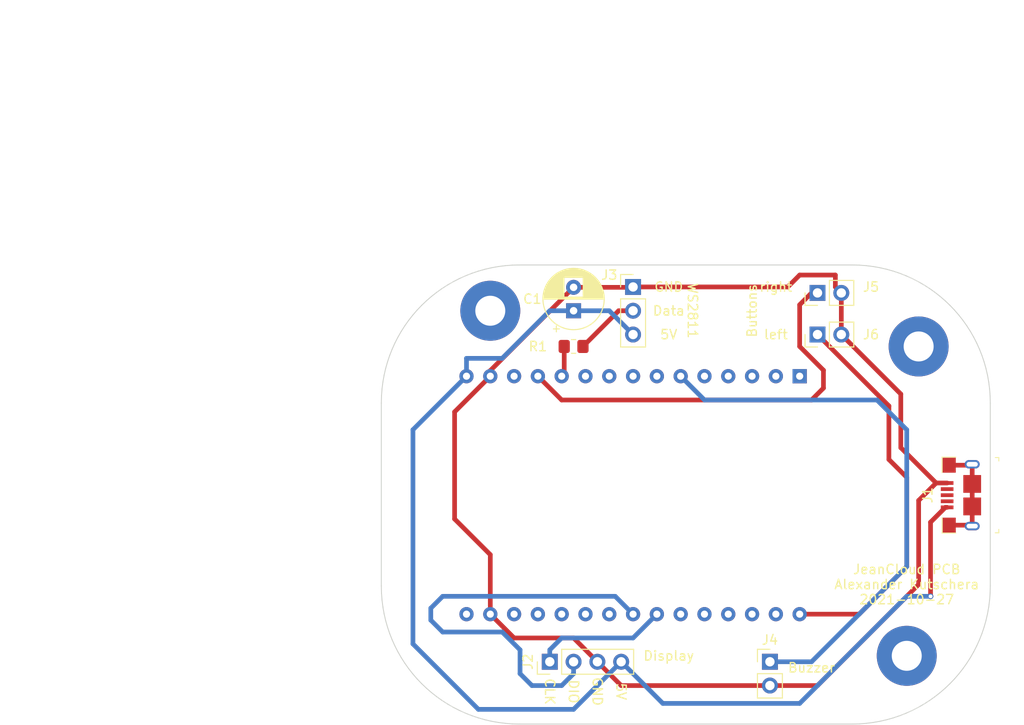
<source format=kicad_pcb>
(kicad_pcb (version 20171130) (host pcbnew 5.1.10)

  (general
    (thickness 1.6)
    (drawings 148)
    (tracks 93)
    (zones 0)
    (modules 19)
    (nets 35)
  )

  (page A4)
  (layers
    (0 F.Cu signal)
    (31 B.Cu signal)
    (32 B.Adhes user)
    (33 F.Adhes user)
    (34 B.Paste user)
    (35 F.Paste user)
    (36 B.SilkS user)
    (37 F.SilkS user)
    (38 B.Mask user)
    (39 F.Mask user)
    (40 Dwgs.User user)
    (41 Cmts.User user)
    (42 Eco1.User user)
    (43 Eco2.User user)
    (44 Edge.Cuts user)
    (45 Margin user)
    (46 B.CrtYd user)
    (47 F.CrtYd user)
    (48 B.Fab user)
    (49 F.Fab user)
  )

  (setup
    (last_trace_width 0.5)
    (user_trace_width 0.5)
    (trace_clearance 0.2)
    (zone_clearance 0.508)
    (zone_45_only no)
    (trace_min 0.2)
    (via_size 0.6)
    (via_drill 0.4)
    (via_min_size 0.4)
    (via_min_drill 0.3)
    (uvia_size 0.3)
    (uvia_drill 0.1)
    (uvias_allowed no)
    (uvia_min_size 0.2)
    (uvia_min_drill 0.1)
    (edge_width 0.15)
    (segment_width 0.2)
    (pcb_text_width 0.3)
    (pcb_text_size 1.5 1.5)
    (mod_edge_width 0.15)
    (mod_text_size 1 1)
    (mod_text_width 0.15)
    (pad_size 1.524 1.524)
    (pad_drill 0.762)
    (pad_to_mask_clearance 0.2)
    (aux_axis_origin 0 0)
    (visible_elements FFFFFF7F)
    (pcbplotparams
      (layerselection 0x3ffff_ffffffff)
      (usegerberextensions false)
      (usegerberattributes true)
      (usegerberadvancedattributes true)
      (creategerberjobfile true)
      (excludeedgelayer true)
      (linewidth 0.100000)
      (plotframeref false)
      (viasonmask false)
      (mode 1)
      (useauxorigin false)
      (hpglpennumber 1)
      (hpglpenspeed 20)
      (hpglpendiameter 15.000000)
      (psnegative false)
      (psa4output false)
      (plotreference true)
      (plotvalue true)
      (plotinvisibletext false)
      (padsonsilk false)
      (subtractmaskfromsilk false)
      (outputformat 1)
      (mirror false)
      (drillshape 0)
      (scaleselection 1)
      (outputdirectory "gerbers-jean/"))
  )

  (net 0 "")
  (net 1 GND)
  (net 2 5V)
  (net 3 "Net-(J1-PadSH)")
  (net 4 "Net-(J2-Pad1)")
  (net 5 "Net-(J2-Pad2)")
  (net 6 "Net-(J3-Pad2)")
  (net 7 "Net-(J4-Pad1)")
  (net 8 "Net-(J5-Pad1)")
  (net 9 "Net-(J6-Pad1)")
  (net 10 "Net-(J1-Pad3)")
  (net 11 "Net-(J1-Pad4)")
  (net 12 "Net-(J1-Pad2)")
  (net 13 "Net-(U1-Pad1)")
  (net 14 "Net-(U1-Pad2)")
  (net 15 "Net-(U1-Pad3)")
  (net 16 "Net-(U1-Pad4)")
  (net 17 "Net-(U1-Pad5)")
  (net 18 "Net-(U1-Pad7)")
  (net 19 "Net-(U1-Pad8)")
  (net 20 "Net-(U1-Pad9)")
  (net 21 "Net-(U1-Pad10)")
  (net 22 "Net-(U1-Pad13)")
  (net 23 "Net-(U1-Pad16)")
  (net 24 "Net-(U1-Pad18)")
  (net 25 "Net-(U1-Pad19)")
  (net 26 "Net-(U1-Pad20)")
  (net 27 "Net-(U1-Pad21)")
  (net 28 "Net-(U1-Pad22)")
  (net 29 "Net-(U1-Pad25)")
  (net 30 "Net-(U1-Pad26)")
  (net 31 "Net-(U1-Pad27)")
  (net 32 "Net-(U1-Pad28)")
  (net 33 "Net-(U1-Pad29)")
  (net 34 "Net-(R1-Pad2)")

  (net_class Default "This is the default net class."
    (clearance 0.2)
    (trace_width 0.25)
    (via_dia 0.6)
    (via_drill 0.4)
    (uvia_dia 0.3)
    (uvia_drill 0.1)
    (add_net 5V)
    (add_net GND)
    (add_net "Net-(J1-Pad2)")
    (add_net "Net-(J1-Pad3)")
    (add_net "Net-(J1-Pad4)")
    (add_net "Net-(J1-PadSH)")
    (add_net "Net-(J2-Pad1)")
    (add_net "Net-(J2-Pad2)")
    (add_net "Net-(J3-Pad2)")
    (add_net "Net-(J4-Pad1)")
    (add_net "Net-(J5-Pad1)")
    (add_net "Net-(J6-Pad1)")
    (add_net "Net-(R1-Pad2)")
    (add_net "Net-(U1-Pad1)")
    (add_net "Net-(U1-Pad10)")
    (add_net "Net-(U1-Pad13)")
    (add_net "Net-(U1-Pad16)")
    (add_net "Net-(U1-Pad18)")
    (add_net "Net-(U1-Pad19)")
    (add_net "Net-(U1-Pad2)")
    (add_net "Net-(U1-Pad20)")
    (add_net "Net-(U1-Pad21)")
    (add_net "Net-(U1-Pad22)")
    (add_net "Net-(U1-Pad25)")
    (add_net "Net-(U1-Pad26)")
    (add_net "Net-(U1-Pad27)")
    (add_net "Net-(U1-Pad28)")
    (add_net "Net-(U1-Pad29)")
    (add_net "Net-(U1-Pad3)")
    (add_net "Net-(U1-Pad4)")
    (add_net "Net-(U1-Pad5)")
    (add_net "Net-(U1-Pad7)")
    (add_net "Net-(U1-Pad8)")
    (add_net "Net-(U1-Pad9)")
  )

  (module MountingHole:MountingHole_3.2mm_M3_Pad (layer F.Cu) (tedit 56D1B4CB) (tstamp 6179B2CE)
    (at 93.98 68.58)
    (descr "Mounting Hole 3.2mm, M3")
    (tags "mounting hole 3.2mm m3")
    (attr virtual)
    (fp_text reference " " (at 0 -4.2) (layer F.SilkS)
      (effects (font (size 1 1) (thickness 0.15)))
    )
    (fp_text value MountingHole_3.2mm_M3_Pad (at 0 4.2) (layer F.Fab)
      (effects (font (size 1 1) (thickness 0.15)))
    )
    (fp_circle (center 0 0) (end 3.2 0) (layer Cmts.User) (width 0.15))
    (fp_circle (center 0 0) (end 3.45 0) (layer F.CrtYd) (width 0.05))
    (fp_text user %R (at 0.3 0) (layer F.Fab)
      (effects (font (size 1 1) (thickness 0.15)))
    )
    (pad 1 thru_hole circle (at 0 0) (size 6.4 6.4) (drill 3.2) (layers *.Cu *.Mask))
  )

  (module MountingHole:MountingHole_3.2mm_M3_Pad (layer F.Cu) (tedit 56D1B4CB) (tstamp 6179B29A)
    (at 49.53 31.75)
    (descr "Mounting Hole 3.2mm, M3")
    (tags "mounting hole 3.2mm m3")
    (attr virtual)
    (fp_text reference " " (at 0 -4.2) (layer F.SilkS)
      (effects (font (size 1 1) (thickness 0.15)))
    )
    (fp_text value MountingHole_3.2mm_M3_Pad (at 0 4.2) (layer F.Fab)
      (effects (font (size 1 1) (thickness 0.15)))
    )
    (fp_circle (center 0 0) (end 3.2 0) (layer Cmts.User) (width 0.15))
    (fp_circle (center 0 0) (end 3.45 0) (layer F.CrtYd) (width 0.05))
    (fp_text user %R (at 0.3 0) (layer F.Fab)
      (effects (font (size 1 1) (thickness 0.15)))
    )
    (pad 1 thru_hole circle (at 0 0) (size 6.4 6.4) (drill 3.2) (layers *.Cu *.Mask))
  )

  (module MountingHole:MountingHole_3.2mm_M3_Pad (layer F.Cu) (tedit 56D1B4CB) (tstamp 6179B272)
    (at 95.25 35.56)
    (descr "Mounting Hole 3.2mm, M3")
    (tags "mounting hole 3.2mm m3")
    (attr virtual)
    (fp_text reference " " (at 0 -4.2) (layer F.SilkS)
      (effects (font (size 1 1) (thickness 0.15)))
    )
    (fp_text value MountingHole_3.2mm_M3_Pad (at 0 4.2) (layer F.Fab)
      (effects (font (size 1 1) (thickness 0.15)))
    )
    (fp_circle (center 0 0) (end 3.45 0) (layer F.CrtYd) (width 0.05))
    (fp_circle (center 0 0) (end 3.2 0) (layer Cmts.User) (width 0.15))
    (fp_text user %R (at 0.3 0) (layer F.Fab)
      (effects (font (size 1 1) (thickness 0.15)))
    )
    (pad 1 thru_hole circle (at 0 0) (size 6.4 6.4) (drill 3.2) (layers *.Cu *.Mask))
  )

  (module esp32_devkit_v1_doit:esp32_devkit_v1_doit (layer F.Cu) (tedit 6179AA78) (tstamp 6178F04C)
    (at 82.55 51.435 270)
    (descr "ESPWROOM32, ESP32, 30 GPIOs version")
    (path /616C92F1)
    (attr smd)
    (fp_text reference " " (at 0.635 10.47 270) (layer F.SilkS)
      (effects (font (size 1 1) (thickness 0.15)))
    )
    (fp_text value ESP32_DevKit_V1_DOIT (at 0 8.7 270) (layer F.Fab)
      (effects (font (size 1 1) (thickness 0.15)))
    )
    (pad 1 thru_hole rect (at -12.7 0 270) (size 1.524 1.524) (drill 0.762) (layers *.Cu *.Mask)
      (net 13 "Net-(U1-Pad1)"))
    (pad 2 thru_hole circle (at -12.7 2.54 270) (size 1.524 1.524) (drill 0.762) (layers *.Cu *.Mask)
      (net 14 "Net-(U1-Pad2)"))
    (pad 3 thru_hole circle (at -12.7 5.08 270) (size 1.524 1.524) (drill 0.762) (layers *.Cu *.Mask)
      (net 15 "Net-(U1-Pad3)"))
    (pad 4 thru_hole circle (at -12.7 7.62 270) (size 1.524 1.524) (drill 0.762) (layers *.Cu *.Mask)
      (net 16 "Net-(U1-Pad4)"))
    (pad 5 thru_hole circle (at -12.7 10.16 270) (size 1.524 1.524) (drill 0.762) (layers *.Cu *.Mask)
      (net 17 "Net-(U1-Pad5)"))
    (pad 6 thru_hole circle (at -12.7 12.7 270) (size 1.524 1.524) (drill 0.762) (layers *.Cu *.Mask)
      (net 7 "Net-(J4-Pad1)"))
    (pad 7 thru_hole circle (at -12.7 15.24 270) (size 1.524 1.524) (drill 0.762) (layers *.Cu *.Mask)
      (net 18 "Net-(U1-Pad7)"))
    (pad 8 thru_hole circle (at -12.7 17.78 270) (size 1.524 1.524) (drill 0.762) (layers *.Cu *.Mask)
      (net 19 "Net-(U1-Pad8)"))
    (pad 9 thru_hole circle (at -12.7 20.32 270) (size 1.524 1.524) (drill 0.762) (layers *.Cu *.Mask)
      (net 20 "Net-(U1-Pad9)"))
    (pad 10 thru_hole circle (at -12.7 22.86 270) (size 1.524 1.524) (drill 0.762) (layers *.Cu *.Mask)
      (net 21 "Net-(U1-Pad10)"))
    (pad 11 thru_hole circle (at -12.7 25.4 270) (size 1.524 1.524) (drill 0.762) (layers *.Cu *.Mask)
      (net 34 "Net-(R1-Pad2)"))
    (pad 12 thru_hole circle (at -12.7 27.94 270) (size 1.524 1.524) (drill 0.762) (layers *.Cu *.Mask)
      (net 8 "Net-(J5-Pad1)"))
    (pad 13 thru_hole circle (at -12.7 30.48 270) (size 1.524 1.524) (drill 0.762) (layers *.Cu *.Mask)
      (net 22 "Net-(U1-Pad13)"))
    (pad 14 thru_hole circle (at -12.7 33.02 270) (size 1.524 1.524) (drill 0.762) (layers *.Cu *.Mask)
      (net 1 GND))
    (pad 15 thru_hole circle (at -12.7 35.56 270) (size 1.524 1.524) (drill 0.762) (layers *.Cu *.Mask)
      (net 2 5V))
    (pad 16 thru_hole circle (at 12.7 35.56 270) (size 1.524 1.524) (drill 0.762) (layers *.Cu *.Mask)
      (net 23 "Net-(U1-Pad16)"))
    (pad 17 thru_hole circle (at 12.7 33.02 270) (size 1.524 1.524) (drill 0.762) (layers *.Cu *.Mask)
      (net 1 GND))
    (pad 18 thru_hole circle (at 12.7 30.48 270) (size 1.524 1.524) (drill 0.762) (layers *.Cu *.Mask)
      (net 24 "Net-(U1-Pad18)"))
    (pad 19 thru_hole circle (at 12.7 27.94 270) (size 1.524 1.524) (drill 0.762) (layers *.Cu *.Mask)
      (net 25 "Net-(U1-Pad19)"))
    (pad 20 thru_hole circle (at 12.7 25.4 270) (size 1.524 1.524) (drill 0.762) (layers *.Cu *.Mask)
      (net 26 "Net-(U1-Pad20)"))
    (pad 21 thru_hole circle (at 12.7 22.86 270) (size 1.524 1.524) (drill 0.762) (layers *.Cu *.Mask)
      (net 27 "Net-(U1-Pad21)"))
    (pad 22 thru_hole circle (at 12.7 20.32 270) (size 1.524 1.524) (drill 0.762) (layers *.Cu *.Mask)
      (net 28 "Net-(U1-Pad22)"))
    (pad 23 thru_hole circle (at 12.7 17.78 270) (size 1.524 1.524) (drill 0.762) (layers *.Cu *.Mask)
      (net 5 "Net-(J2-Pad2)"))
    (pad 24 thru_hole circle (at 12.7 15.24 270) (size 1.524 1.524) (drill 0.762) (layers *.Cu *.Mask)
      (net 4 "Net-(J2-Pad1)"))
    (pad 25 thru_hole circle (at 12.7 12.7 270) (size 1.524 1.524) (drill 0.762) (layers *.Cu *.Mask)
      (net 29 "Net-(U1-Pad25)"))
    (pad 26 thru_hole circle (at 12.7 10.16 270) (size 1.524 1.524) (drill 0.762) (layers *.Cu *.Mask)
      (net 30 "Net-(U1-Pad26)"))
    (pad 27 thru_hole circle (at 12.7 7.62 270) (size 1.524 1.524) (drill 0.762) (layers *.Cu *.Mask)
      (net 31 "Net-(U1-Pad27)"))
    (pad 28 thru_hole circle (at 12.7 5.08 270) (size 1.524 1.524) (drill 0.762) (layers *.Cu *.Mask)
      (net 32 "Net-(U1-Pad28)"))
    (pad 29 thru_hole circle (at 12.7 2.54 270) (size 1.524 1.524) (drill 0.762) (layers *.Cu *.Mask)
      (net 33 "Net-(U1-Pad29)"))
    (pad 30 thru_hole circle (at 12.7 0 270) (size 1.524 1.524) (drill 0.762) (layers *.Cu *.Mask)
      (net 9 "Net-(J6-Pad1)"))
    (model ${KISYS3DMOD}/Button_Switch_SMD.3dshapes/SW_SPST_B3U-1000P-B.wrl
      (offset (xyz 7.5 -43 4))
      (scale (xyz 1 1 1))
      (rotate (xyz 0 0 90))
    )
    (model ${KISYS3DMOD}/Button_Switch_SMD.3dshapes/SW_SPST_B3U-1000P-B.wrl
      (offset (xyz -7.5 -43 4))
      (scale (xyz 1 1 1))
      (rotate (xyz 0 0 90))
    )
    (model ${KISYS3DMOD}/Connector_PinHeader_2.54mm.3dshapes/PinHeader_1x15_P2.54mm_Vertical.wrl
      (offset (xyz -12.7 0 2.5))
      (scale (xyz 1 1 1))
      (rotate (xyz 0 180 0))
    )
    (model ${KISYS3DMOD}/Connector_PinHeader_2.54mm.3dshapes/PinHeader_1x15_P2.54mm_Vertical.wrl
      (offset (xyz 12.7 0 2.5))
      (scale (xyz 1 1 1))
      (rotate (xyz 0 180 0))
    )
    (model ${VL_PACKAGES3D}/esp32_devkit_v1_doit.3dshapes/esp32_devkit_v1_doit.step
      (offset (xyz -12.7 0 2.5))
      (scale (xyz 1 1 1))
      (rotate (xyz 0 0 0))
    )
    (model ${KISYS3DMOD}/Connector_USB.3dshapes/USB_Micro-B_Molex_47346-0001.wrl
      (offset (xyz 0 -42 4))
      (scale (xyz 1 1 1))
      (rotate (xyz 0 0 0))
    )
    (model ${KISYS3DMOD}/LED_SMD.3dshapes/LED_1206_3216Metric.wrl
      (offset (xyz -6 -23 4))
      (scale (xyz 1 1 1))
      (rotate (xyz 0 0 -90))
    )
    (model ${KISYS3DMOD}/LED_SMD.3dshapes/LED_1206_3216Metric.wrl
      (offset (xyz 6 -23 4))
      (scale (xyz 1 1 1))
      (rotate (xyz 0 0 -90))
    )
    (model ${KISYS3DMOD}/Capacitor_Tantalum_SMD.3dshapes/CP_EIA-2012-15_AVX-P.wrl
      (offset (xyz -6.5 -27.5 4))
      (scale (xyz 1 1 1))
      (rotate (xyz 0 0 0))
    )
    (model ${KISYS3DMOD}/Package_TO_SOT_SMD.3dshapes/SOT-223.wrl
      (offset (xyz -6 -33 4))
      (scale (xyz 1 1 1))
      (rotate (xyz 0 0 -180))
    )
    (model ${KISYS3DMOD}/Resistor_SMD.3dshapes/R_0603_1608Metric.wrl
      (offset (xyz -7 -38.5 4))
      (scale (xyz 1 1 1))
      (rotate (xyz 0 0 0))
    )
    (model ${KISYS3DMOD}/Resistor_SMD.3dshapes/R_0603_1608Metric.wrl
      (offset (xyz 8.5 -38.5 4))
      (scale (xyz 1 1 1))
      (rotate (xyz 0 0 0))
    )
    (model ${KISYS3DMOD}/Resistor_SMD.3dshapes/R_0603_1608Metric.wrl
      (offset (xyz 5.5 -38.5 4))
      (scale (xyz 1 1 1))
      (rotate (xyz 0 0 0))
    )
    (model ${KISYS3DMOD}/Package_TO_SOT_SMD.3dshapes/SOT-23.wrl
      (offset (xyz -0.5 -27.5 4))
      (scale (xyz 1 1 1))
      (rotate (xyz 0 0 0))
    )
    (model ${KISYS3DMOD}/Package_TO_SOT_SMD.3dshapes/SOT-23.wrl
      (offset (xyz 6 -27.5 4))
      (scale (xyz 1 1 1))
      (rotate (xyz 0 0 -180))
    )
    (model ${KISYS3DMOD}/Resistor_SMD.3dshapes/R_0603_1608Metric.wrl
      (offset (xyz 9 -27.5 4))
      (scale (xyz 1 1 1))
      (rotate (xyz 0 0 90))
    )
    (model ${KISYS3DMOD}/Resistor_SMD.3dshapes/R_0603_1608Metric.wrl
      (offset (xyz -3.5 -27.5 4))
      (scale (xyz 1 1 1))
      (rotate (xyz 0 0 90))
    )
    (model ${KISYS3DMOD}/Capacitor_SMD.3dshapes/C_0603_1608Metric.wrl
      (offset (xyz -0.5 -38.5 4))
      (scale (xyz 1 1 1))
      (rotate (xyz 0 0 0))
    )
    (model ${KISYS3DMOD}/Diode_SMD.3dshapes/D_0603_1608Metric.wrl
      (offset (xyz -3 -38.5 4))
      (scale (xyz 1 1 1))
      (rotate (xyz 0 0 0))
    )
    (model ${KISYS3DMOD}/Resistor_SMD.3dshapes/R_0603_1608Metric.wrl
      (offset (xyz -3 -23 4))
      (scale (xyz 1 1 1))
      (rotate (xyz 0 0 90))
    )
    (model ${KISYS3DMOD}/Resistor_SMD.3dshapes/R_0603_1608Metric.wrl
      (offset (xyz -1.5 -23 4))
      (scale (xyz 1 1 1))
      (rotate (xyz 0 0 90))
    )
    (model ${KISYS3DMOD}/Resistor_SMD.3dshapes/R_0603_1608Metric.wrl
      (offset (xyz 0 -23 4))
      (scale (xyz 1 1 1))
      (rotate (xyz 0 0 90))
    )
    (model ${KISYS3DMOD}/Resistor_SMD.3dshapes/R_0603_1608Metric.wrl
      (offset (xyz 1.5 -23 4))
      (scale (xyz 1 1 1))
      (rotate (xyz 0 0 90))
    )
    (model ${KISYS3DMOD}/Resistor_SMD.3dshapes/R_0603_1608Metric.wrl
      (offset (xyz 3 -23 4))
      (scale (xyz 1 1 1))
      (rotate (xyz 0 0 90))
    )
    (model ${KISYS3DMOD}/Package_DFN_QFN.3dshapes/QFN-28-1EP_5x5mm_P0.5mm_EP3.35x3.35mm.wrl
      (offset (xyz 7 -33.5 4))
      (scale (xyz 1 1 1))
      (rotate (xyz 0 0 0))
    )
    (model ${KISYS3DMOD}/Resistor_SMD.3dshapes/R_0603_1608Metric.wrl
      (offset (xyz 8.5 -22 4))
      (scale (xyz 1 1 1))
      (rotate (xyz 0 0 0))
    )
    (model ${KISYS3DMOD}/Resistor_SMD.3dshapes/R_0603_1608Metric.wrl
      (offset (xyz 8.5 -24 4))
      (scale (xyz 1 1 1))
      (rotate (xyz 0 0 0))
    )
    (model ${KISYS3DMOD}/Capacitor_SMD.3dshapes/C_0603_1608Metric.wrl
      (offset (xyz -8.5 -22 4))
      (scale (xyz 1 1 1))
      (rotate (xyz 0 0 0))
    )
    (model ${KISYS3DMOD}/Capacitor_SMD.3dshapes/C_0603_1608Metric.wrl
      (offset (xyz -8.5 -24 4))
      (scale (xyz 1 1 1))
      (rotate (xyz 0 0 0))
    )
    (model ${KISYS3DMOD}/RF_Module.3dshapes/ESP32-WROOM-32.wrl
      (offset (xyz 0 -10 4))
      (scale (xyz 1 1 1))
      (rotate (xyz 0 0 0))
    )
  )

  (module LOGO (layer F.Cu) (tedit 0) (tstamp 0)
    (at 0 0)
    (fp_text reference G*** (at 0 0) (layer F.SilkS) hide
      (effects (font (size 1.524 1.524) (thickness 0.3)))
    )
    (fp_text value LOGO (at 0.75 0) (layer F.SilkS) hide
      (effects (font (size 1.524 1.524) (thickness 0.3)))
    )
  )

  (module LOGO (layer F.Cu) (tedit 0) (tstamp 0)
    (at 69.85 53.34)
    (fp_text reference G*** (at 0 0) (layer F.SilkS) hide
      (effects (font (size 1.524 1.524) (thickness 0.3)))
    )
    (fp_text value LOGO (at 0.75 0) (layer F.SilkS) hide
      (effects (font (size 1.524 1.524) (thickness 0.3)))
    )
    (fp_poly (pts (xy 21.568834 -7.133166) (xy 18.563167 -7.133166) (xy 18.563167 -6.4135) (xy 20.806834 -6.4135)
      (xy 20.806834 -4.8895) (xy 18.563167 -4.8895) (xy 18.563167 -4.148666) (xy 21.568834 -4.148666)
      (xy 21.568834 -2.624666) (xy 17.039167 -2.624666) (xy 17.039167 -8.657166) (xy 21.568834 -8.657166)
      (xy 21.568834 -7.133166)) (layer B.Mask) (width 0.01))
    (fp_poly (pts (xy 12.551834 -6.4135) (xy 13.292667 -6.4135) (xy 13.292667 -4.148666) (xy 14.0335 -4.148666)
      (xy 14.0335 -6.4135) (xy 14.774334 -6.4135) (xy 14.774334 -8.657166) (xy 16.298334 -8.657166)
      (xy 16.298334 -6.392333) (xy 15.5575 -6.392333) (xy 15.5575 -4.1275) (xy 14.7955 -4.1275)
      (xy 14.7955 -2.624666) (xy 12.530667 -2.624666) (xy 12.530667 -4.1275) (xy 11.768667 -4.1275)
      (xy 11.768667 -6.392333) (xy 11.027834 -6.392333) (xy 11.027834 -8.657166) (xy 12.551834 -8.657166)
      (xy 12.551834 -6.4135)) (layer B.Mask) (width 0.01))
    (fp_poly (pts (xy 8.805334 -7.916333) (xy 9.546167 -7.916333) (xy 9.546167 -6.392333) (xy 8.805334 -6.392333)
      (xy 8.805334 -4.910666) (xy 9.546167 -4.910666) (xy 9.546167 -4.148666) (xy 10.308167 -4.148666)
      (xy 10.308167 -2.624666) (xy 8.784167 -2.624666) (xy 8.784167 -3.386666) (xy 8.022167 -3.386666)
      (xy 8.022167 -4.1275) (xy 7.281334 -4.1275) (xy 7.281334 -4.8895) (xy 6.5405 -4.8895)
      (xy 6.5405 -2.624666) (xy 5.0165 -2.624666) (xy 5.0165 -7.895166) (xy 6.5405 -7.895166)
      (xy 6.5405 -5.6515) (xy 7.281334 -5.6515) (xy 7.281334 -6.4135) (xy 8.022167 -6.4135)
      (xy 8.022167 -7.133166) (xy 7.281334 -7.133166) (xy 7.281334 -7.895166) (xy 6.5405 -7.895166)
      (xy 5.0165 -7.895166) (xy 5.0165 -8.657166) (xy 8.805334 -8.657166) (xy 8.805334 -7.916333)) (layer B.Mask) (width 0.01))
    (fp_poly (pts (xy 4.296834 -7.133166) (xy 2.032 -7.133166) (xy 2.032 -2.624666) (xy 0.508 -2.624666)
      (xy 0.508 -7.133166) (xy -1.735666 -7.133166) (xy -1.735666 -8.657166) (xy 4.296834 -8.657166)
      (xy 4.296834 -7.133166)) (layer B.Mask) (width 0.01))
    (fp_poly (pts (xy 22.965834 0.1905) (xy 17.7165 0.1905) (xy 17.7165 0.931334) (xy 19.960167 0.931334)
      (xy 19.960167 1.672167) (xy 22.225 1.672167) (xy 22.225 3.196167) (xy 21.463 3.196167)
      (xy 21.463 3.958167) (xy 19.960167 3.958167) (xy 19.960167 4.699) (xy 15.451667 4.699)
      (xy 15.451667 3.175) (xy 19.939 3.175) (xy 19.939 2.455334) (xy 17.695334 2.455334)
      (xy 17.695334 1.693334) (xy 16.1925 1.693334) (xy 16.1925 -0.5715) (xy 17.695334 -0.5715)
      (xy 17.695334 -1.3335) (xy 22.965834 -1.3335) (xy 22.965834 0.1905)) (layer B.Mask) (width 0.01))
    (fp_poly (pts (xy 13.208 -0.5715) (xy 13.97 -0.5715) (xy 13.97 0.9525) (xy 13.208 0.9525)
      (xy 13.208 1.672167) (xy 13.97 1.672167) (xy 13.97 2.434167) (xy 14.710834 2.434167)
      (xy 14.710834 3.958167) (xy 13.97 3.958167) (xy 13.97 4.699) (xy 9.440334 4.699)
      (xy 9.440334 1.693334) (xy 10.964334 1.693334) (xy 10.964334 3.937) (xy 12.446 3.937)
      (xy 12.446 3.175) (xy 13.186834 3.175) (xy 13.186834 2.455334) (xy 12.446 2.455334)
      (xy 12.446 1.693334) (xy 10.964334 1.693334) (xy 9.440334 1.693334) (xy 9.440334 -0.550333)
      (xy 10.964334 -0.550333) (xy 10.964334 0.931334) (xy 12.446 0.931334) (xy 12.446 0.1905)
      (xy 11.684 0.1905) (xy 11.684 -0.550333) (xy 10.964334 -0.550333) (xy 9.440334 -0.550333)
      (xy 9.440334 -1.3335) (xy 13.208 -1.3335) (xy 13.208 -0.5715)) (layer B.Mask) (width 0.01))
    (fp_poly (pts (xy 7.196667 0.169334) (xy 7.958667 0.169334) (xy 7.958667 2.434167) (xy 8.6995 2.434167)
      (xy 8.6995 4.699) (xy 7.1755 4.699) (xy 7.1755 2.455334) (xy 4.953 2.455334)
      (xy 4.953 4.699) (xy 3.429 4.699) (xy 3.429 2.434167) (xy 4.191 2.434167)
      (xy 4.191 0.1905) (xy 5.693834 0.1905) (xy 5.693834 1.672167) (xy 6.434667 1.672167)
      (xy 6.434667 0.1905) (xy 5.693834 0.1905) (xy 4.191 0.1905) (xy 4.191 0.169334)
      (xy 4.931834 0.169334) (xy 4.931834 -1.3335) (xy 7.196667 -1.3335) (xy 7.196667 0.169334)) (layer B.Mask) (width 0.01))
    (fp_poly (pts (xy -0.296333 3.175) (xy 2.709334 3.175) (xy 2.709334 4.699) (xy -1.820333 4.699)
      (xy -1.820333 -1.3335) (xy -0.296333 -1.3335) (xy -0.296333 3.175)) (layer B.Mask) (width 0.01))
    (fp_poly (pts (xy -14.7955 -7.874) (xy -13.610166 -7.874) (xy -13.610166 -7.493) (xy -8.89 -7.493)
      (xy -8.89 -7.090833) (xy -5.757333 -7.090833) (xy -5.757333 -6.709833) (xy -4.191 -6.709833)
      (xy -4.191 -6.307666) (xy -3.788833 -6.307666) (xy -3.788833 -5.9055) (xy -3.386666 -5.9055)
      (xy -3.386666 -5.122333) (xy -3.005666 -5.122333) (xy -3.005666 -3.153833) (xy -3.788833 -3.153833)
      (xy -3.788833 -2.751666) (xy -4.572 -2.751666) (xy -4.572 -2.3495) (xy -5.355166 -2.3495)
      (xy -5.355166 -1.9685) (xy -6.5405 -1.9685) (xy -6.5405 -1.566333) (xy -7.344833 -1.566333)
      (xy -7.344833 -1.9685) (xy -8.509 -1.9685) (xy -8.509 -1.566333) (xy -9.313333 -1.566333)
      (xy -9.313333 -1.9685) (xy -10.0965 -1.9685) (xy -10.0965 -2.3495) (xy -11.641666 -2.3495)
      (xy -11.641666 -1.9685) (xy -13.610166 -1.9685) (xy -13.610166 -1.185333) (xy -13.991166 -1.185333)
      (xy -13.991166 -0.423333) (xy -13.610166 -0.423333) (xy -13.610166 -0.021166) (xy -12.043833 -0.021166)
      (xy -12.043833 0.762) (xy -11.260666 0.762) (xy -11.260666 1.545167) (xy -10.456333 1.545167)
      (xy -10.456333 1.947334) (xy -9.694333 1.947334) (xy -9.694333 1.545167) (xy -8.89 1.545167)
      (xy -8.89 1.947334) (xy -5.757333 1.947334) (xy -5.757333 2.328334) (xy -4.995333 2.328334)
      (xy -4.995333 1.947334) (xy -4.191 1.947334) (xy -4.191 3.915834) (xy -4.974166 3.915834)
      (xy -4.974166 4.699) (xy -14.7955 4.699) (xy -14.7955 4.318) (xy -15.599833 4.318)
      (xy -15.599833 3.915834) (xy -16.383 3.915834) (xy -16.383 3.534834) (xy -17.166166 3.534834)
      (xy -17.166166 2.751667) (xy -17.949333 2.751667) (xy -17.949333 2.3495) (xy -18.7325 2.3495)
      (xy -18.7325 1.566334) (xy -19.515666 1.566334) (xy -19.515666 1.164167) (xy -20.298833 1.164167)
      (xy -20.298833 0.783167) (xy -21.082 0.783167) (xy -21.082 -0.804333) (xy -20.298833 -0.804333)
      (xy -20.298833 -1.5875) (xy -19.515666 -1.5875) (xy -19.515666 -3.153833) (xy -21.082 -3.153833)
      (xy -21.082 -3.534833) (xy -21.865166 -3.534833) (xy -21.865166 -5.5245) (xy -21.082 -5.5245)
      (xy -21.082 -6.307666) (xy -20.298833 -6.307666) (xy -20.298833 -6.688666) (xy -16.361833 -6.688666)
      (xy -16.361833 -5.9055) (xy -15.578666 -5.9055) (xy -15.578666 -5.122333) (xy -14.7955 -5.122333)
      (xy -14.7955 -3.958166) (xy -14.012333 -3.958166) (xy -14.012333 -4.339166) (xy -13.631333 -4.339166)
      (xy -13.631333 -5.101166) (xy -14.012333 -5.101166) (xy -14.012333 -5.503333) (xy -14.4145 -5.503333)
      (xy -14.4145 -6.2865) (xy -14.7955 -6.2865) (xy -14.7955 -6.688666) (xy -13.610166 -6.688666)
      (xy -13.610166 -6.307666) (xy -13.208 -6.307666) (xy -13.208 -5.9055) (xy -12.827 -5.9055)
      (xy -12.827 -3.958166) (xy -12.424833 -3.958166) (xy -12.424833 -3.556) (xy -10.0965 -3.556)
      (xy -10.0965 -3.958166) (xy -9.694333 -3.958166) (xy -9.694333 -5.884333) (xy -10.0965 -5.884333)
      (xy -10.0965 -6.2865) (xy -6.138333 -6.2865) (xy -6.138333 -5.5245) (xy -5.355166 -5.5245)
      (xy -5.355166 -5.122333) (xy -4.572 -5.122333) (xy -4.572 -4.741333) (xy -3.81 -4.741333)
      (xy -3.81 -5.101166) (xy -4.212166 -5.101166) (xy -4.212166 -5.503333) (xy -4.593166 -5.503333)
      (xy -4.593166 -5.884333) (xy -5.7785 -5.884333) (xy -5.7785 -6.2865) (xy -6.138333 -6.2865)
      (xy -10.0965 -6.2865) (xy -11.662833 -6.2865) (xy -11.662833 -6.688666) (xy -13.610166 -6.688666)
      (xy -14.7955 -6.688666) (xy -16.361833 -6.688666) (xy -20.298833 -6.688666) (xy -20.298833 -7.090833)
      (xy -19.515666 -7.090833) (xy -19.515666 -8.276166) (xy -18.309166 -8.276166) (xy -18.309166 -7.874)
      (xy -17.547166 -7.874) (xy -17.547166 -8.657166) (xy -14.7955 -8.657166) (xy -14.7955 -7.874)) (layer B.Mask) (width 0.01))
  )

  (module LOGO (layer F.Cu) (tedit 0) (tstamp 0)
    (at 0 0)
    (fp_text reference G*** (at 0 0) (layer F.SilkS) hide
      (effects (font (size 1.524 1.524) (thickness 0.3)))
    )
    (fp_text value LOGO (at 0.75 0) (layer F.SilkS) hide
      (effects (font (size 1.524 1.524) (thickness 0.3)))
    )
  )

  (module LOGO (layer F.Cu) (tedit 0) (tstamp 0)
    (at 0 0)
    (fp_text reference G*** (at 0 0) (layer F.SilkS) hide
      (effects (font (size 1.524 1.524) (thickness 0.3)))
    )
    (fp_text value LOGO (at 0.75 0) (layer F.SilkS) hide
      (effects (font (size 1.524 1.524) (thickness 0.3)))
    )
  )

  (module LOGO (layer F.Cu) (tedit 0) (tstamp 0)
    (at 69.85 53.34)
    (fp_text reference G*** (at 0 0) (layer F.SilkS) hide
      (effects (font (size 1.524 1.524) (thickness 0.3)))
    )
    (fp_text value LOGO (at 0.75 0) (layer F.SilkS) hide
      (effects (font (size 1.524 1.524) (thickness 0.3)))
    )
    (fp_poly (pts (xy 21.568834 -7.133166) (xy 18.563167 -7.133166) (xy 18.563167 -6.4135) (xy 20.806834 -6.4135)
      (xy 20.806834 -4.8895) (xy 18.563167 -4.8895) (xy 18.563167 -4.148666) (xy 21.568834 -4.148666)
      (xy 21.568834 -2.624666) (xy 17.039167 -2.624666) (xy 17.039167 -8.657166) (xy 21.568834 -8.657166)
      (xy 21.568834 -7.133166)) (layer F.Mask) (width 0.01))
    (fp_poly (pts (xy 12.551834 -6.4135) (xy 13.292667 -6.4135) (xy 13.292667 -4.148666) (xy 14.0335 -4.148666)
      (xy 14.0335 -6.4135) (xy 14.774334 -6.4135) (xy 14.774334 -8.657166) (xy 16.298334 -8.657166)
      (xy 16.298334 -6.392333) (xy 15.5575 -6.392333) (xy 15.5575 -4.1275) (xy 14.7955 -4.1275)
      (xy 14.7955 -2.624666) (xy 12.530667 -2.624666) (xy 12.530667 -4.1275) (xy 11.768667 -4.1275)
      (xy 11.768667 -6.392333) (xy 11.027834 -6.392333) (xy 11.027834 -8.657166) (xy 12.551834 -8.657166)
      (xy 12.551834 -6.4135)) (layer F.Mask) (width 0.01))
    (fp_poly (pts (xy 8.805334 -7.916333) (xy 9.546167 -7.916333) (xy 9.546167 -6.392333) (xy 8.805334 -6.392333)
      (xy 8.805334 -4.910666) (xy 9.546167 -4.910666) (xy 9.546167 -4.148666) (xy 10.308167 -4.148666)
      (xy 10.308167 -2.624666) (xy 8.784167 -2.624666) (xy 8.784167 -3.386666) (xy 8.022167 -3.386666)
      (xy 8.022167 -4.1275) (xy 7.281334 -4.1275) (xy 7.281334 -4.8895) (xy 6.5405 -4.8895)
      (xy 6.5405 -2.624666) (xy 5.0165 -2.624666) (xy 5.0165 -7.895166) (xy 6.5405 -7.895166)
      (xy 6.5405 -5.6515) (xy 7.281334 -5.6515) (xy 7.281334 -6.4135) (xy 8.022167 -6.4135)
      (xy 8.022167 -7.133166) (xy 7.281334 -7.133166) (xy 7.281334 -7.895166) (xy 6.5405 -7.895166)
      (xy 5.0165 -7.895166) (xy 5.0165 -8.657166) (xy 8.805334 -8.657166) (xy 8.805334 -7.916333)) (layer F.Mask) (width 0.01))
    (fp_poly (pts (xy 4.296834 -7.133166) (xy 2.032 -7.133166) (xy 2.032 -2.624666) (xy 0.508 -2.624666)
      (xy 0.508 -7.133166) (xy -1.735666 -7.133166) (xy -1.735666 -8.657166) (xy 4.296834 -8.657166)
      (xy 4.296834 -7.133166)) (layer F.Mask) (width 0.01))
    (fp_poly (pts (xy 22.965834 0.1905) (xy 17.7165 0.1905) (xy 17.7165 0.931334) (xy 19.960167 0.931334)
      (xy 19.960167 1.672167) (xy 22.225 1.672167) (xy 22.225 3.196167) (xy 21.463 3.196167)
      (xy 21.463 3.958167) (xy 19.960167 3.958167) (xy 19.960167 4.699) (xy 15.451667 4.699)
      (xy 15.451667 3.175) (xy 19.939 3.175) (xy 19.939 2.455334) (xy 17.695334 2.455334)
      (xy 17.695334 1.693334) (xy 16.1925 1.693334) (xy 16.1925 -0.5715) (xy 17.695334 -0.5715)
      (xy 17.695334 -1.3335) (xy 22.965834 -1.3335) (xy 22.965834 0.1905)) (layer F.Mask) (width 0.01))
    (fp_poly (pts (xy 13.208 -0.5715) (xy 13.97 -0.5715) (xy 13.97 0.9525) (xy 13.208 0.9525)
      (xy 13.208 1.672167) (xy 13.97 1.672167) (xy 13.97 2.434167) (xy 14.710834 2.434167)
      (xy 14.710834 3.958167) (xy 13.97 3.958167) (xy 13.97 4.699) (xy 9.440334 4.699)
      (xy 9.440334 1.693334) (xy 10.964334 1.693334) (xy 10.964334 3.937) (xy 12.446 3.937)
      (xy 12.446 3.175) (xy 13.186834 3.175) (xy 13.186834 2.455334) (xy 12.446 2.455334)
      (xy 12.446 1.693334) (xy 10.964334 1.693334) (xy 9.440334 1.693334) (xy 9.440334 -0.550333)
      (xy 10.964334 -0.550333) (xy 10.964334 0.931334) (xy 12.446 0.931334) (xy 12.446 0.1905)
      (xy 11.684 0.1905) (xy 11.684 -0.550333) (xy 10.964334 -0.550333) (xy 9.440334 -0.550333)
      (xy 9.440334 -1.3335) (xy 13.208 -1.3335) (xy 13.208 -0.5715)) (layer F.Mask) (width 0.01))
    (fp_poly (pts (xy 7.196667 0.169334) (xy 7.958667 0.169334) (xy 7.958667 2.434167) (xy 8.6995 2.434167)
      (xy 8.6995 4.699) (xy 7.1755 4.699) (xy 7.1755 2.455334) (xy 4.953 2.455334)
      (xy 4.953 4.699) (xy 3.429 4.699) (xy 3.429 2.434167) (xy 4.191 2.434167)
      (xy 4.191 0.1905) (xy 5.693834 0.1905) (xy 5.693834 1.672167) (xy 6.434667 1.672167)
      (xy 6.434667 0.1905) (xy 5.693834 0.1905) (xy 4.191 0.1905) (xy 4.191 0.169334)
      (xy 4.931834 0.169334) (xy 4.931834 -1.3335) (xy 7.196667 -1.3335) (xy 7.196667 0.169334)) (layer F.Mask) (width 0.01))
    (fp_poly (pts (xy -0.296333 3.175) (xy 2.709334 3.175) (xy 2.709334 4.699) (xy -1.820333 4.699)
      (xy -1.820333 -1.3335) (xy -0.296333 -1.3335) (xy -0.296333 3.175)) (layer F.Mask) (width 0.01))
    (fp_poly (pts (xy -14.7955 -7.874) (xy -13.610166 -7.874) (xy -13.610166 -7.493) (xy -8.89 -7.493)
      (xy -8.89 -7.090833) (xy -5.757333 -7.090833) (xy -5.757333 -6.709833) (xy -4.191 -6.709833)
      (xy -4.191 -6.307666) (xy -3.788833 -6.307666) (xy -3.788833 -5.9055) (xy -3.386666 -5.9055)
      (xy -3.386666 -5.122333) (xy -3.005666 -5.122333) (xy -3.005666 -3.153833) (xy -3.788833 -3.153833)
      (xy -3.788833 -2.751666) (xy -4.572 -2.751666) (xy -4.572 -2.3495) (xy -5.355166 -2.3495)
      (xy -5.355166 -1.9685) (xy -6.5405 -1.9685) (xy -6.5405 -1.566333) (xy -7.344833 -1.566333)
      (xy -7.344833 -1.9685) (xy -8.509 -1.9685) (xy -8.509 -1.566333) (xy -9.313333 -1.566333)
      (xy -9.313333 -1.9685) (xy -10.0965 -1.9685) (xy -10.0965 -2.3495) (xy -11.641666 -2.3495)
      (xy -11.641666 -1.9685) (xy -13.610166 -1.9685) (xy -13.610166 -1.185333) (xy -13.991166 -1.185333)
      (xy -13.991166 -0.423333) (xy -13.610166 -0.423333) (xy -13.610166 -0.021166) (xy -12.043833 -0.021166)
      (xy -12.043833 0.762) (xy -11.260666 0.762) (xy -11.260666 1.545167) (xy -10.456333 1.545167)
      (xy -10.456333 1.947334) (xy -9.694333 1.947334) (xy -9.694333 1.545167) (xy -8.89 1.545167)
      (xy -8.89 1.947334) (xy -5.757333 1.947334) (xy -5.757333 2.328334) (xy -4.995333 2.328334)
      (xy -4.995333 1.947334) (xy -4.191 1.947334) (xy -4.191 3.915834) (xy -4.974166 3.915834)
      (xy -4.974166 4.699) (xy -14.7955 4.699) (xy -14.7955 4.318) (xy -15.599833 4.318)
      (xy -15.599833 3.915834) (xy -16.383 3.915834) (xy -16.383 3.534834) (xy -17.166166 3.534834)
      (xy -17.166166 2.751667) (xy -17.949333 2.751667) (xy -17.949333 2.3495) (xy -18.7325 2.3495)
      (xy -18.7325 1.566334) (xy -19.515666 1.566334) (xy -19.515666 1.164167) (xy -20.298833 1.164167)
      (xy -20.298833 0.783167) (xy -21.082 0.783167) (xy -21.082 -0.804333) (xy -20.298833 -0.804333)
      (xy -20.298833 -1.5875) (xy -19.515666 -1.5875) (xy -19.515666 -3.153833) (xy -21.082 -3.153833)
      (xy -21.082 -3.534833) (xy -21.865166 -3.534833) (xy -21.865166 -5.5245) (xy -21.082 -5.5245)
      (xy -21.082 -6.307666) (xy -20.298833 -6.307666) (xy -20.298833 -6.688666) (xy -16.361833 -6.688666)
      (xy -16.361833 -5.9055) (xy -15.578666 -5.9055) (xy -15.578666 -5.122333) (xy -14.7955 -5.122333)
      (xy -14.7955 -3.958166) (xy -14.012333 -3.958166) (xy -14.012333 -4.339166) (xy -13.631333 -4.339166)
      (xy -13.631333 -5.101166) (xy -14.012333 -5.101166) (xy -14.012333 -5.503333) (xy -14.4145 -5.503333)
      (xy -14.4145 -6.2865) (xy -14.7955 -6.2865) (xy -14.7955 -6.688666) (xy -13.610166 -6.688666)
      (xy -13.610166 -6.307666) (xy -13.208 -6.307666) (xy -13.208 -5.9055) (xy -12.827 -5.9055)
      (xy -12.827 -3.958166) (xy -12.424833 -3.958166) (xy -12.424833 -3.556) (xy -10.0965 -3.556)
      (xy -10.0965 -3.958166) (xy -9.694333 -3.958166) (xy -9.694333 -5.884333) (xy -10.0965 -5.884333)
      (xy -10.0965 -6.2865) (xy -6.138333 -6.2865) (xy -6.138333 -5.5245) (xy -5.355166 -5.5245)
      (xy -5.355166 -5.122333) (xy -4.572 -5.122333) (xy -4.572 -4.741333) (xy -3.81 -4.741333)
      (xy -3.81 -5.101166) (xy -4.212166 -5.101166) (xy -4.212166 -5.503333) (xy -4.593166 -5.503333)
      (xy -4.593166 -5.884333) (xy -5.7785 -5.884333) (xy -5.7785 -6.2865) (xy -6.138333 -6.2865)
      (xy -10.0965 -6.2865) (xy -11.662833 -6.2865) (xy -11.662833 -6.688666) (xy -13.610166 -6.688666)
      (xy -14.7955 -6.688666) (xy -16.361833 -6.688666) (xy -20.298833 -6.688666) (xy -20.298833 -7.090833)
      (xy -19.515666 -7.090833) (xy -19.515666 -8.276166) (xy -18.309166 -8.276166) (xy -18.309166 -7.874)
      (xy -17.547166 -7.874) (xy -17.547166 -8.657166) (xy -14.7955 -8.657166) (xy -14.7955 -7.874)) (layer F.Mask) (width 0.01))
  )

  (module LOGO (layer F.Cu) (tedit 0) (tstamp 0)
    (at 0 0)
    (fp_text reference G*** (at 0 0) (layer F.SilkS) hide
      (effects (font (size 1.524 1.524) (thickness 0.3)))
    )
    (fp_text value LOGO (at 0.75 0) (layer F.SilkS) hide
      (effects (font (size 1.524 1.524) (thickness 0.3)))
    )
  )

  (module LOGO (layer F.Cu) (tedit 0) (tstamp 0)
    (at 0 0)
    (fp_text reference G*** (at 0 0) (layer F.SilkS) hide
      (effects (font (size 1.524 1.524) (thickness 0.3)))
    )
    (fp_text value LOGO (at 0.75 0) (layer F.SilkS) hide
      (effects (font (size 1.524 1.524) (thickness 0.3)))
    )
  )

  (module digikey-footprints:USB_Micro_B_Female_10118193-0001LF (layer F.Cu) (tedit 5D28ADC2) (tstamp 6178EF88)
    (at 100.965 51.435 90)
    (descr http://portal.fciconnect.com/Comergent//fci/drawing/10118193.pdf)
    (path /616C52EC)
    (attr smd)
    (fp_text reference J1 (at 0 -4.75 90) (layer F.SilkS)
      (effects (font (size 1 1) (thickness 0.15)))
    )
    (fp_text value 10118193-0001LF (at 0 4.5 90) (layer F.Fab)
      (effects (font (size 1 1) (thickness 0.15)))
    )
    (fp_line (start -4.25 -3.75) (end -4.25 3) (layer F.CrtYd) (width 0.05))
    (fp_line (start -4.25 3) (end 4.25 3) (layer F.CrtYd) (width 0.05))
    (fp_line (start -4.25 -3.75) (end 4.25 -3.75) (layer F.CrtYd) (width 0.05))
    (fp_line (start 4.25 -3.75) (end 4.25 3) (layer F.CrtYd) (width 0.05))
    (fp_line (start -3.93 2.75) (end -3.93 -2.34) (layer F.Fab) (width 0.1))
    (fp_line (start 3.93 -2.9) (end -3.37 -2.9) (layer F.Fab) (width 0.1))
    (fp_line (start -3.93 -2.34) (end -3.37 -2.9) (layer F.Fab) (width 0.1))
    (fp_line (start -3.93 2.75) (end 3.93 2.75) (layer F.Fab) (width 0.1))
    (fp_line (start 3.93 2.75) (end 3.93 -2.9) (layer F.Fab) (width 0.1))
    (fp_line (start -4.05 -3.2) (end -4.05 -1.75) (layer F.SilkS) (width 0.1))
    (fp_line (start -4.05 -3.21) (end -2.4 -3.21) (layer F.SilkS) (width 0.1))
    (fp_line (start 4.06 -3.22) (end 2.4 -3.22) (layer F.SilkS) (width 0.1))
    (fp_line (start 4.06 -3.22) (end 4.06 -1.75) (layer F.SilkS) (width 0.1))
    (fp_line (start -4.013324 2.46) (end -4.013324 2.84) (layer F.SilkS) (width 0.1))
    (fp_line (start -4.013324 2.84) (end -3.643324 2.84) (layer F.SilkS) (width 0.1))
    (fp_line (start 4.014908 2.841848) (end 3.644908 2.841848) (layer F.SilkS) (width 0.1))
    (fp_line (start 4.014908 2.461848) (end 4.014908 2.841848) (layer F.SilkS) (width 0.1))
    (fp_text user %R (at 0.06 1.86 90) (layer F.Fab)
      (effects (font (size 1 1) (thickness 0.15)))
    )
    (pad 3 smd rect (at 0 -2.675 90) (size 0.4 1.35) (layers F.Cu F.Paste F.Mask)
      (net 10 "Net-(J1-Pad3)"))
    (pad 4 smd rect (at 0.65 -2.675 90) (size 0.4 1.35) (layers F.Cu F.Paste F.Mask)
      (net 11 "Net-(J1-Pad4)"))
    (pad 5 smd rect (at 1.3 -2.675 90) (size 0.4 1.35) (layers F.Cu F.Paste F.Mask)
      (net 1 GND))
    (pad 2 smd rect (at -0.65 -2.675 90) (size 0.4 1.35) (layers F.Cu F.Paste F.Mask)
      (net 12 "Net-(J1-Pad2)"))
    (pad 1 smd rect (at -1.3 -2.675 90) (size 0.4 1.35) (layers F.Cu F.Paste F.Mask)
      (net 2 5V))
    (pad SH thru_hole oval (at 3.3 0 90) (size 0.9 1.6) (drill oval 0.5 1.2) (layers *.Cu *.Mask)
      (net 3 "Net-(J1-PadSH)"))
    (pad SH thru_hole oval (at -3.3 0 90) (size 0.9 1.6) (drill oval 0.5 1.2) (layers *.Cu *.Mask)
      (net 3 "Net-(J1-PadSH)"))
    (pad SH smd rect (at -3.2 -2.45 90) (size 1.6 1.4) (layers F.Cu F.Paste F.Mask)
      (net 3 "Net-(J1-PadSH)"))
    (pad SH smd rect (at 3.2 -2.45 90) (size 1.6 1.4) (layers F.Cu F.Paste F.Mask)
      (net 3 "Net-(J1-PadSH)"))
    (pad SH smd rect (at -1.2 0 90) (size 1.9 1.9) (layers F.Cu F.Paste F.Mask)
      (net 3 "Net-(J1-PadSH)"))
    (pad SH smd rect (at 1.2 0 90) (size 1.9 1.9) (layers F.Cu F.Paste F.Mask)
      (net 3 "Net-(J1-PadSH)"))
  )

  (module Connector_PinHeader_2.54mm:PinHeader_1x04_P2.54mm_Vertical (layer F.Cu) (tedit 59FED5CC) (tstamp 6178EFA0)
    (at 55.88 69.215 90)
    (descr "Through hole straight pin header, 1x04, 2.54mm pitch, single row")
    (tags "Through hole pin header THT 1x04 2.54mm single row")
    (path /61746ECA)
    (fp_text reference J2 (at 0 -2.33 90) (layer F.SilkS)
      (effects (font (size 1 1) (thickness 0.15)))
    )
    (fp_text value Conn_01x04_Male (at 0 9.95 90) (layer F.Fab)
      (effects (font (size 1 1) (thickness 0.15)))
    )
    (fp_line (start -0.635 -1.27) (end 1.27 -1.27) (layer F.Fab) (width 0.1))
    (fp_line (start 1.27 -1.27) (end 1.27 8.89) (layer F.Fab) (width 0.1))
    (fp_line (start 1.27 8.89) (end -1.27 8.89) (layer F.Fab) (width 0.1))
    (fp_line (start -1.27 8.89) (end -1.27 -0.635) (layer F.Fab) (width 0.1))
    (fp_line (start -1.27 -0.635) (end -0.635 -1.27) (layer F.Fab) (width 0.1))
    (fp_line (start -1.33 8.95) (end 1.33 8.95) (layer F.SilkS) (width 0.12))
    (fp_line (start -1.33 1.27) (end -1.33 8.95) (layer F.SilkS) (width 0.12))
    (fp_line (start 1.33 1.27) (end 1.33 8.95) (layer F.SilkS) (width 0.12))
    (fp_line (start -1.33 1.27) (end 1.33 1.27) (layer F.SilkS) (width 0.12))
    (fp_line (start -1.33 0) (end -1.33 -1.33) (layer F.SilkS) (width 0.12))
    (fp_line (start -1.33 -1.33) (end 0 -1.33) (layer F.SilkS) (width 0.12))
    (fp_line (start -1.8 -1.8) (end -1.8 9.4) (layer F.CrtYd) (width 0.05))
    (fp_line (start -1.8 9.4) (end 1.8 9.4) (layer F.CrtYd) (width 0.05))
    (fp_line (start 1.8 9.4) (end 1.8 -1.8) (layer F.CrtYd) (width 0.05))
    (fp_line (start 1.8 -1.8) (end -1.8 -1.8) (layer F.CrtYd) (width 0.05))
    (fp_text user %R (at 0 3.81) (layer F.Fab)
      (effects (font (size 1 1) (thickness 0.15)))
    )
    (pad 1 thru_hole rect (at 0 0 90) (size 1.7 1.7) (drill 1) (layers *.Cu *.Mask)
      (net 4 "Net-(J2-Pad1)"))
    (pad 2 thru_hole oval (at 0 2.54 90) (size 1.7 1.7) (drill 1) (layers *.Cu *.Mask)
      (net 5 "Net-(J2-Pad2)"))
    (pad 3 thru_hole oval (at 0 5.08 90) (size 1.7 1.7) (drill 1) (layers *.Cu *.Mask)
      (net 1 GND))
    (pad 4 thru_hole oval (at 0 7.62 90) (size 1.7 1.7) (drill 1) (layers *.Cu *.Mask)
      (net 2 5V))
    (model ${KISYS3DMOD}/Connector_PinHeader_2.54mm.3dshapes/PinHeader_1x04_P2.54mm_Vertical.wrl
      (at (xyz 0 0 0))
      (scale (xyz 1 1 1))
      (rotate (xyz 0 0 0))
    )
  )

  (module Connector_PinHeader_2.54mm:PinHeader_1x03_P2.54mm_Vertical (layer F.Cu) (tedit 59FED5CC) (tstamp 6178EFB7)
    (at 64.77 29.21)
    (descr "Through hole straight pin header, 1x03, 2.54mm pitch, single row")
    (tags "Through hole pin header THT 1x03 2.54mm single row")
    (path /6176D641)
    (fp_text reference J3 (at -2.54 -1.27) (layer F.SilkS)
      (effects (font (size 1 1) (thickness 0.15)))
    )
    (fp_text value Conn_01x03_Male (at 0 7.41) (layer F.Fab)
      (effects (font (size 1 1) (thickness 0.15)))
    )
    (fp_line (start -0.635 -1.27) (end 1.27 -1.27) (layer F.Fab) (width 0.1))
    (fp_line (start 1.27 -1.27) (end 1.27 6.35) (layer F.Fab) (width 0.1))
    (fp_line (start 1.27 6.35) (end -1.27 6.35) (layer F.Fab) (width 0.1))
    (fp_line (start -1.27 6.35) (end -1.27 -0.635) (layer F.Fab) (width 0.1))
    (fp_line (start -1.27 -0.635) (end -0.635 -1.27) (layer F.Fab) (width 0.1))
    (fp_line (start -1.33 6.41) (end 1.33 6.41) (layer F.SilkS) (width 0.12))
    (fp_line (start -1.33 1.27) (end -1.33 6.41) (layer F.SilkS) (width 0.12))
    (fp_line (start 1.33 1.27) (end 1.33 6.41) (layer F.SilkS) (width 0.12))
    (fp_line (start -1.33 1.27) (end 1.33 1.27) (layer F.SilkS) (width 0.12))
    (fp_line (start -1.33 0) (end -1.33 -1.33) (layer F.SilkS) (width 0.12))
    (fp_line (start -1.33 -1.33) (end 0 -1.33) (layer F.SilkS) (width 0.12))
    (fp_line (start -1.8 -1.8) (end -1.8 6.85) (layer F.CrtYd) (width 0.05))
    (fp_line (start -1.8 6.85) (end 1.8 6.85) (layer F.CrtYd) (width 0.05))
    (fp_line (start 1.8 6.85) (end 1.8 -1.8) (layer F.CrtYd) (width 0.05))
    (fp_line (start 1.8 -1.8) (end -1.8 -1.8) (layer F.CrtYd) (width 0.05))
    (fp_text user %R (at 0 2.54 90) (layer F.Fab)
      (effects (font (size 1 1) (thickness 0.15)))
    )
    (pad 1 thru_hole rect (at 0 0) (size 1.7 1.7) (drill 1) (layers *.Cu *.Mask)
      (net 1 GND))
    (pad 2 thru_hole oval (at 0 2.54) (size 1.7 1.7) (drill 1) (layers *.Cu *.Mask)
      (net 6 "Net-(J3-Pad2)"))
    (pad 3 thru_hole oval (at 0 5.08) (size 1.7 1.7) (drill 1) (layers *.Cu *.Mask)
      (net 2 5V))
    (model ${KISYS3DMOD}/Connector_PinHeader_2.54mm.3dshapes/PinHeader_1x03_P2.54mm_Vertical.wrl
      (at (xyz 0 0 0))
      (scale (xyz 1 1 1))
      (rotate (xyz 0 0 0))
    )
  )

  (module Connector_PinHeader_2.54mm:PinHeader_1x02_P2.54mm_Vertical (layer F.Cu) (tedit 59FED5CC) (tstamp 6178EFCD)
    (at 79.375 69.215)
    (descr "Through hole straight pin header, 1x02, 2.54mm pitch, single row")
    (tags "Through hole pin header THT 1x02 2.54mm single row")
    (path /61779B20)
    (fp_text reference J4 (at 0 -2.33) (layer F.SilkS)
      (effects (font (size 1 1) (thickness 0.15)))
    )
    (fp_text value Conn_01x02_Male (at 0 4.87) (layer F.Fab)
      (effects (font (size 1 1) (thickness 0.15)))
    )
    (fp_line (start -0.635 -1.27) (end 1.27 -1.27) (layer F.Fab) (width 0.1))
    (fp_line (start 1.27 -1.27) (end 1.27 3.81) (layer F.Fab) (width 0.1))
    (fp_line (start 1.27 3.81) (end -1.27 3.81) (layer F.Fab) (width 0.1))
    (fp_line (start -1.27 3.81) (end -1.27 -0.635) (layer F.Fab) (width 0.1))
    (fp_line (start -1.27 -0.635) (end -0.635 -1.27) (layer F.Fab) (width 0.1))
    (fp_line (start -1.33 3.87) (end 1.33 3.87) (layer F.SilkS) (width 0.12))
    (fp_line (start -1.33 1.27) (end -1.33 3.87) (layer F.SilkS) (width 0.12))
    (fp_line (start 1.33 1.27) (end 1.33 3.87) (layer F.SilkS) (width 0.12))
    (fp_line (start -1.33 1.27) (end 1.33 1.27) (layer F.SilkS) (width 0.12))
    (fp_line (start -1.33 0) (end -1.33 -1.33) (layer F.SilkS) (width 0.12))
    (fp_line (start -1.33 -1.33) (end 0 -1.33) (layer F.SilkS) (width 0.12))
    (fp_line (start -1.8 -1.8) (end -1.8 4.35) (layer F.CrtYd) (width 0.05))
    (fp_line (start -1.8 4.35) (end 1.8 4.35) (layer F.CrtYd) (width 0.05))
    (fp_line (start 1.8 4.35) (end 1.8 -1.8) (layer F.CrtYd) (width 0.05))
    (fp_line (start 1.8 -1.8) (end -1.8 -1.8) (layer F.CrtYd) (width 0.05))
    (fp_text user %R (at 0 1.27 90) (layer F.Fab)
      (effects (font (size 1 1) (thickness 0.15)))
    )
    (pad 1 thru_hole rect (at 0 0) (size 1.7 1.7) (drill 1) (layers *.Cu *.Mask)
      (net 7 "Net-(J4-Pad1)"))
    (pad 2 thru_hole oval (at 0 2.54) (size 1.7 1.7) (drill 1) (layers *.Cu *.Mask)
      (net 1 GND))
    (model ${KISYS3DMOD}/Connector_PinHeader_2.54mm.3dshapes/PinHeader_1x02_P2.54mm_Vertical.wrl
      (at (xyz 0 0 0))
      (scale (xyz 1 1 1))
      (rotate (xyz 0 0 0))
    )
  )

  (module Connector_PinHeader_2.54mm:PinHeader_1x02_P2.54mm_Vertical (layer F.Cu) (tedit 59FED5CC) (tstamp 6178EFE3)
    (at 84.455 29.845 90)
    (descr "Through hole straight pin header, 1x02, 2.54mm pitch, single row")
    (tags "Through hole pin header THT 1x02 2.54mm single row")
    (path /6178287B)
    (fp_text reference J5 (at 0.635 5.715 180) (layer F.SilkS)
      (effects (font (size 1 1) (thickness 0.15)))
    )
    (fp_text value Conn_01x02_Male (at 0 4.87 90) (layer F.Fab)
      (effects (font (size 1 1) (thickness 0.15)))
    )
    (fp_line (start 1.8 -1.8) (end -1.8 -1.8) (layer F.CrtYd) (width 0.05))
    (fp_line (start 1.8 4.35) (end 1.8 -1.8) (layer F.CrtYd) (width 0.05))
    (fp_line (start -1.8 4.35) (end 1.8 4.35) (layer F.CrtYd) (width 0.05))
    (fp_line (start -1.8 -1.8) (end -1.8 4.35) (layer F.CrtYd) (width 0.05))
    (fp_line (start -1.33 -1.33) (end 0 -1.33) (layer F.SilkS) (width 0.12))
    (fp_line (start -1.33 0) (end -1.33 -1.33) (layer F.SilkS) (width 0.12))
    (fp_line (start -1.33 1.27) (end 1.33 1.27) (layer F.SilkS) (width 0.12))
    (fp_line (start 1.33 1.27) (end 1.33 3.87) (layer F.SilkS) (width 0.12))
    (fp_line (start -1.33 1.27) (end -1.33 3.87) (layer F.SilkS) (width 0.12))
    (fp_line (start -1.33 3.87) (end 1.33 3.87) (layer F.SilkS) (width 0.12))
    (fp_line (start -1.27 -0.635) (end -0.635 -1.27) (layer F.Fab) (width 0.1))
    (fp_line (start -1.27 3.81) (end -1.27 -0.635) (layer F.Fab) (width 0.1))
    (fp_line (start 1.27 3.81) (end -1.27 3.81) (layer F.Fab) (width 0.1))
    (fp_line (start 1.27 -1.27) (end 1.27 3.81) (layer F.Fab) (width 0.1))
    (fp_line (start -0.635 -1.27) (end 1.27 -1.27) (layer F.Fab) (width 0.1))
    (fp_text user %R (at 0 1.27) (layer F.Fab)
      (effects (font (size 1 1) (thickness 0.15)))
    )
    (pad 2 thru_hole oval (at 0 2.54 90) (size 1.7 1.7) (drill 1) (layers *.Cu *.Mask)
      (net 1 GND))
    (pad 1 thru_hole rect (at 0 0 90) (size 1.7 1.7) (drill 1) (layers *.Cu *.Mask)
      (net 8 "Net-(J5-Pad1)"))
    (model ${KISYS3DMOD}/Connector_PinHeader_2.54mm.3dshapes/PinHeader_1x02_P2.54mm_Vertical.wrl
      (at (xyz 0 0 0))
      (scale (xyz 1 1 1))
      (rotate (xyz 0 0 0))
    )
  )

  (module Connector_PinHeader_2.54mm:PinHeader_1x02_P2.54mm_Vertical (layer F.Cu) (tedit 59FED5CC) (tstamp 6178EFF9)
    (at 84.455 34.29 90)
    (descr "Through hole straight pin header, 1x02, 2.54mm pitch, single row")
    (tags "Through hole pin header THT 1x02 2.54mm single row")
    (path /61783253)
    (fp_text reference J6 (at 0 5.715 180) (layer F.SilkS)
      (effects (font (size 1 1) (thickness 0.15)))
    )
    (fp_text value Conn_01x02_Male (at 0 4.87 90) (layer F.Fab)
      (effects (font (size 1 1) (thickness 0.15)))
    )
    (fp_line (start -0.635 -1.27) (end 1.27 -1.27) (layer F.Fab) (width 0.1))
    (fp_line (start 1.27 -1.27) (end 1.27 3.81) (layer F.Fab) (width 0.1))
    (fp_line (start 1.27 3.81) (end -1.27 3.81) (layer F.Fab) (width 0.1))
    (fp_line (start -1.27 3.81) (end -1.27 -0.635) (layer F.Fab) (width 0.1))
    (fp_line (start -1.27 -0.635) (end -0.635 -1.27) (layer F.Fab) (width 0.1))
    (fp_line (start -1.33 3.87) (end 1.33 3.87) (layer F.SilkS) (width 0.12))
    (fp_line (start -1.33 1.27) (end -1.33 3.87) (layer F.SilkS) (width 0.12))
    (fp_line (start 1.33 1.27) (end 1.33 3.87) (layer F.SilkS) (width 0.12))
    (fp_line (start -1.33 1.27) (end 1.33 1.27) (layer F.SilkS) (width 0.12))
    (fp_line (start -1.33 0) (end -1.33 -1.33) (layer F.SilkS) (width 0.12))
    (fp_line (start -1.33 -1.33) (end 0 -1.33) (layer F.SilkS) (width 0.12))
    (fp_line (start -1.8 -1.8) (end -1.8 4.35) (layer F.CrtYd) (width 0.05))
    (fp_line (start -1.8 4.35) (end 1.8 4.35) (layer F.CrtYd) (width 0.05))
    (fp_line (start 1.8 4.35) (end 1.8 -1.8) (layer F.CrtYd) (width 0.05))
    (fp_line (start 1.8 -1.8) (end -1.8 -1.8) (layer F.CrtYd) (width 0.05))
    (fp_text user %R (at 0 1.27) (layer F.Fab)
      (effects (font (size 1 1) (thickness 0.15)))
    )
    (pad 1 thru_hole rect (at 0 0 90) (size 1.7 1.7) (drill 1) (layers *.Cu *.Mask)
      (net 9 "Net-(J6-Pad1)"))
    (pad 2 thru_hole oval (at 0 2.54 90) (size 1.7 1.7) (drill 1) (layers *.Cu *.Mask)
      (net 1 GND))
    (model ${KISYS3DMOD}/Connector_PinHeader_2.54mm.3dshapes/PinHeader_1x02_P2.54mm_Vertical.wrl
      (at (xyz 0 0 0))
      (scale (xyz 1 1 1))
      (rotate (xyz 0 0 0))
    )
  )

  (module Capacitor_THT:CP_Radial_D6.3mm_P2.50mm (layer F.Cu) (tedit 5AE50EF0) (tstamp 6179AB39)
    (at 58.42 31.75 90)
    (descr "CP, Radial series, Radial, pin pitch=2.50mm, , diameter=6.3mm, Electrolytic Capacitor")
    (tags "CP Radial series Radial pin pitch 2.50mm  diameter 6.3mm Electrolytic Capacitor")
    (path /617A56E4)
    (fp_text reference C1 (at 1.25 -4.4 180) (layer F.SilkS)
      (effects (font (size 1 1) (thickness 0.15)))
    )
    (fp_text value CP (at 1.25 4.4 90) (layer F.Fab)
      (effects (font (size 1 1) (thickness 0.15)))
    )
    (fp_line (start -1.935241 -2.154) (end -1.935241 -1.524) (layer F.SilkS) (width 0.12))
    (fp_line (start -2.250241 -1.839) (end -1.620241 -1.839) (layer F.SilkS) (width 0.12))
    (fp_line (start 4.491 -0.402) (end 4.491 0.402) (layer F.SilkS) (width 0.12))
    (fp_line (start 4.451 -0.633) (end 4.451 0.633) (layer F.SilkS) (width 0.12))
    (fp_line (start 4.411 -0.802) (end 4.411 0.802) (layer F.SilkS) (width 0.12))
    (fp_line (start 4.371 -0.94) (end 4.371 0.94) (layer F.SilkS) (width 0.12))
    (fp_line (start 4.331 -1.059) (end 4.331 1.059) (layer F.SilkS) (width 0.12))
    (fp_line (start 4.291 -1.165) (end 4.291 1.165) (layer F.SilkS) (width 0.12))
    (fp_line (start 4.251 -1.262) (end 4.251 1.262) (layer F.SilkS) (width 0.12))
    (fp_line (start 4.211 -1.35) (end 4.211 1.35) (layer F.SilkS) (width 0.12))
    (fp_line (start 4.171 -1.432) (end 4.171 1.432) (layer F.SilkS) (width 0.12))
    (fp_line (start 4.131 -1.509) (end 4.131 1.509) (layer F.SilkS) (width 0.12))
    (fp_line (start 4.091 -1.581) (end 4.091 1.581) (layer F.SilkS) (width 0.12))
    (fp_line (start 4.051 -1.65) (end 4.051 1.65) (layer F.SilkS) (width 0.12))
    (fp_line (start 4.011 -1.714) (end 4.011 1.714) (layer F.SilkS) (width 0.12))
    (fp_line (start 3.971 -1.776) (end 3.971 1.776) (layer F.SilkS) (width 0.12))
    (fp_line (start 3.931 -1.834) (end 3.931 1.834) (layer F.SilkS) (width 0.12))
    (fp_line (start 3.891 -1.89) (end 3.891 1.89) (layer F.SilkS) (width 0.12))
    (fp_line (start 3.851 -1.944) (end 3.851 1.944) (layer F.SilkS) (width 0.12))
    (fp_line (start 3.811 -1.995) (end 3.811 1.995) (layer F.SilkS) (width 0.12))
    (fp_line (start 3.771 -2.044) (end 3.771 2.044) (layer F.SilkS) (width 0.12))
    (fp_line (start 3.731 -2.092) (end 3.731 2.092) (layer F.SilkS) (width 0.12))
    (fp_line (start 3.691 -2.137) (end 3.691 2.137) (layer F.SilkS) (width 0.12))
    (fp_line (start 3.651 -2.182) (end 3.651 2.182) (layer F.SilkS) (width 0.12))
    (fp_line (start 3.611 -2.224) (end 3.611 2.224) (layer F.SilkS) (width 0.12))
    (fp_line (start 3.571 -2.265) (end 3.571 2.265) (layer F.SilkS) (width 0.12))
    (fp_line (start 3.531 1.04) (end 3.531 2.305) (layer F.SilkS) (width 0.12))
    (fp_line (start 3.531 -2.305) (end 3.531 -1.04) (layer F.SilkS) (width 0.12))
    (fp_line (start 3.491 1.04) (end 3.491 2.343) (layer F.SilkS) (width 0.12))
    (fp_line (start 3.491 -2.343) (end 3.491 -1.04) (layer F.SilkS) (width 0.12))
    (fp_line (start 3.451 1.04) (end 3.451 2.38) (layer F.SilkS) (width 0.12))
    (fp_line (start 3.451 -2.38) (end 3.451 -1.04) (layer F.SilkS) (width 0.12))
    (fp_line (start 3.411 1.04) (end 3.411 2.416) (layer F.SilkS) (width 0.12))
    (fp_line (start 3.411 -2.416) (end 3.411 -1.04) (layer F.SilkS) (width 0.12))
    (fp_line (start 3.371 1.04) (end 3.371 2.45) (layer F.SilkS) (width 0.12))
    (fp_line (start 3.371 -2.45) (end 3.371 -1.04) (layer F.SilkS) (width 0.12))
    (fp_line (start 3.331 1.04) (end 3.331 2.484) (layer F.SilkS) (width 0.12))
    (fp_line (start 3.331 -2.484) (end 3.331 -1.04) (layer F.SilkS) (width 0.12))
    (fp_line (start 3.291 1.04) (end 3.291 2.516) (layer F.SilkS) (width 0.12))
    (fp_line (start 3.291 -2.516) (end 3.291 -1.04) (layer F.SilkS) (width 0.12))
    (fp_line (start 3.251 1.04) (end 3.251 2.548) (layer F.SilkS) (width 0.12))
    (fp_line (start 3.251 -2.548) (end 3.251 -1.04) (layer F.SilkS) (width 0.12))
    (fp_line (start 3.211 1.04) (end 3.211 2.578) (layer F.SilkS) (width 0.12))
    (fp_line (start 3.211 -2.578) (end 3.211 -1.04) (layer F.SilkS) (width 0.12))
    (fp_line (start 3.171 1.04) (end 3.171 2.607) (layer F.SilkS) (width 0.12))
    (fp_line (start 3.171 -2.607) (end 3.171 -1.04) (layer F.SilkS) (width 0.12))
    (fp_line (start 3.131 1.04) (end 3.131 2.636) (layer F.SilkS) (width 0.12))
    (fp_line (start 3.131 -2.636) (end 3.131 -1.04) (layer F.SilkS) (width 0.12))
    (fp_line (start 3.091 1.04) (end 3.091 2.664) (layer F.SilkS) (width 0.12))
    (fp_line (start 3.091 -2.664) (end 3.091 -1.04) (layer F.SilkS) (width 0.12))
    (fp_line (start 3.051 1.04) (end 3.051 2.69) (layer F.SilkS) (width 0.12))
    (fp_line (start 3.051 -2.69) (end 3.051 -1.04) (layer F.SilkS) (width 0.12))
    (fp_line (start 3.011 1.04) (end 3.011 2.716) (layer F.SilkS) (width 0.12))
    (fp_line (start 3.011 -2.716) (end 3.011 -1.04) (layer F.SilkS) (width 0.12))
    (fp_line (start 2.971 1.04) (end 2.971 2.742) (layer F.SilkS) (width 0.12))
    (fp_line (start 2.971 -2.742) (end 2.971 -1.04) (layer F.SilkS) (width 0.12))
    (fp_line (start 2.931 1.04) (end 2.931 2.766) (layer F.SilkS) (width 0.12))
    (fp_line (start 2.931 -2.766) (end 2.931 -1.04) (layer F.SilkS) (width 0.12))
    (fp_line (start 2.891 1.04) (end 2.891 2.79) (layer F.SilkS) (width 0.12))
    (fp_line (start 2.891 -2.79) (end 2.891 -1.04) (layer F.SilkS) (width 0.12))
    (fp_line (start 2.851 1.04) (end 2.851 2.812) (layer F.SilkS) (width 0.12))
    (fp_line (start 2.851 -2.812) (end 2.851 -1.04) (layer F.SilkS) (width 0.12))
    (fp_line (start 2.811 1.04) (end 2.811 2.834) (layer F.SilkS) (width 0.12))
    (fp_line (start 2.811 -2.834) (end 2.811 -1.04) (layer F.SilkS) (width 0.12))
    (fp_line (start 2.771 1.04) (end 2.771 2.856) (layer F.SilkS) (width 0.12))
    (fp_line (start 2.771 -2.856) (end 2.771 -1.04) (layer F.SilkS) (width 0.12))
    (fp_line (start 2.731 1.04) (end 2.731 2.876) (layer F.SilkS) (width 0.12))
    (fp_line (start 2.731 -2.876) (end 2.731 -1.04) (layer F.SilkS) (width 0.12))
    (fp_line (start 2.691 1.04) (end 2.691 2.896) (layer F.SilkS) (width 0.12))
    (fp_line (start 2.691 -2.896) (end 2.691 -1.04) (layer F.SilkS) (width 0.12))
    (fp_line (start 2.651 1.04) (end 2.651 2.916) (layer F.SilkS) (width 0.12))
    (fp_line (start 2.651 -2.916) (end 2.651 -1.04) (layer F.SilkS) (width 0.12))
    (fp_line (start 2.611 1.04) (end 2.611 2.934) (layer F.SilkS) (width 0.12))
    (fp_line (start 2.611 -2.934) (end 2.611 -1.04) (layer F.SilkS) (width 0.12))
    (fp_line (start 2.571 1.04) (end 2.571 2.952) (layer F.SilkS) (width 0.12))
    (fp_line (start 2.571 -2.952) (end 2.571 -1.04) (layer F.SilkS) (width 0.12))
    (fp_line (start 2.531 1.04) (end 2.531 2.97) (layer F.SilkS) (width 0.12))
    (fp_line (start 2.531 -2.97) (end 2.531 -1.04) (layer F.SilkS) (width 0.12))
    (fp_line (start 2.491 1.04) (end 2.491 2.986) (layer F.SilkS) (width 0.12))
    (fp_line (start 2.491 -2.986) (end 2.491 -1.04) (layer F.SilkS) (width 0.12))
    (fp_line (start 2.451 1.04) (end 2.451 3.002) (layer F.SilkS) (width 0.12))
    (fp_line (start 2.451 -3.002) (end 2.451 -1.04) (layer F.SilkS) (width 0.12))
    (fp_line (start 2.411 1.04) (end 2.411 3.018) (layer F.SilkS) (width 0.12))
    (fp_line (start 2.411 -3.018) (end 2.411 -1.04) (layer F.SilkS) (width 0.12))
    (fp_line (start 2.371 1.04) (end 2.371 3.033) (layer F.SilkS) (width 0.12))
    (fp_line (start 2.371 -3.033) (end 2.371 -1.04) (layer F.SilkS) (width 0.12))
    (fp_line (start 2.331 1.04) (end 2.331 3.047) (layer F.SilkS) (width 0.12))
    (fp_line (start 2.331 -3.047) (end 2.331 -1.04) (layer F.SilkS) (width 0.12))
    (fp_line (start 2.291 1.04) (end 2.291 3.061) (layer F.SilkS) (width 0.12))
    (fp_line (start 2.291 -3.061) (end 2.291 -1.04) (layer F.SilkS) (width 0.12))
    (fp_line (start 2.251 1.04) (end 2.251 3.074) (layer F.SilkS) (width 0.12))
    (fp_line (start 2.251 -3.074) (end 2.251 -1.04) (layer F.SilkS) (width 0.12))
    (fp_line (start 2.211 1.04) (end 2.211 3.086) (layer F.SilkS) (width 0.12))
    (fp_line (start 2.211 -3.086) (end 2.211 -1.04) (layer F.SilkS) (width 0.12))
    (fp_line (start 2.171 1.04) (end 2.171 3.098) (layer F.SilkS) (width 0.12))
    (fp_line (start 2.171 -3.098) (end 2.171 -1.04) (layer F.SilkS) (width 0.12))
    (fp_line (start 2.131 1.04) (end 2.131 3.11) (layer F.SilkS) (width 0.12))
    (fp_line (start 2.131 -3.11) (end 2.131 -1.04) (layer F.SilkS) (width 0.12))
    (fp_line (start 2.091 1.04) (end 2.091 3.121) (layer F.SilkS) (width 0.12))
    (fp_line (start 2.091 -3.121) (end 2.091 -1.04) (layer F.SilkS) (width 0.12))
    (fp_line (start 2.051 1.04) (end 2.051 3.131) (layer F.SilkS) (width 0.12))
    (fp_line (start 2.051 -3.131) (end 2.051 -1.04) (layer F.SilkS) (width 0.12))
    (fp_line (start 2.011 1.04) (end 2.011 3.141) (layer F.SilkS) (width 0.12))
    (fp_line (start 2.011 -3.141) (end 2.011 -1.04) (layer F.SilkS) (width 0.12))
    (fp_line (start 1.971 1.04) (end 1.971 3.15) (layer F.SilkS) (width 0.12))
    (fp_line (start 1.971 -3.15) (end 1.971 -1.04) (layer F.SilkS) (width 0.12))
    (fp_line (start 1.93 1.04) (end 1.93 3.159) (layer F.SilkS) (width 0.12))
    (fp_line (start 1.93 -3.159) (end 1.93 -1.04) (layer F.SilkS) (width 0.12))
    (fp_line (start 1.89 1.04) (end 1.89 3.167) (layer F.SilkS) (width 0.12))
    (fp_line (start 1.89 -3.167) (end 1.89 -1.04) (layer F.SilkS) (width 0.12))
    (fp_line (start 1.85 1.04) (end 1.85 3.175) (layer F.SilkS) (width 0.12))
    (fp_line (start 1.85 -3.175) (end 1.85 -1.04) (layer F.SilkS) (width 0.12))
    (fp_line (start 1.81 1.04) (end 1.81 3.182) (layer F.SilkS) (width 0.12))
    (fp_line (start 1.81 -3.182) (end 1.81 -1.04) (layer F.SilkS) (width 0.12))
    (fp_line (start 1.77 1.04) (end 1.77 3.189) (layer F.SilkS) (width 0.12))
    (fp_line (start 1.77 -3.189) (end 1.77 -1.04) (layer F.SilkS) (width 0.12))
    (fp_line (start 1.73 1.04) (end 1.73 3.195) (layer F.SilkS) (width 0.12))
    (fp_line (start 1.73 -3.195) (end 1.73 -1.04) (layer F.SilkS) (width 0.12))
    (fp_line (start 1.69 1.04) (end 1.69 3.201) (layer F.SilkS) (width 0.12))
    (fp_line (start 1.69 -3.201) (end 1.69 -1.04) (layer F.SilkS) (width 0.12))
    (fp_line (start 1.65 1.04) (end 1.65 3.206) (layer F.SilkS) (width 0.12))
    (fp_line (start 1.65 -3.206) (end 1.65 -1.04) (layer F.SilkS) (width 0.12))
    (fp_line (start 1.61 1.04) (end 1.61 3.211) (layer F.SilkS) (width 0.12))
    (fp_line (start 1.61 -3.211) (end 1.61 -1.04) (layer F.SilkS) (width 0.12))
    (fp_line (start 1.57 1.04) (end 1.57 3.215) (layer F.SilkS) (width 0.12))
    (fp_line (start 1.57 -3.215) (end 1.57 -1.04) (layer F.SilkS) (width 0.12))
    (fp_line (start 1.53 1.04) (end 1.53 3.218) (layer F.SilkS) (width 0.12))
    (fp_line (start 1.53 -3.218) (end 1.53 -1.04) (layer F.SilkS) (width 0.12))
    (fp_line (start 1.49 1.04) (end 1.49 3.222) (layer F.SilkS) (width 0.12))
    (fp_line (start 1.49 -3.222) (end 1.49 -1.04) (layer F.SilkS) (width 0.12))
    (fp_line (start 1.45 -3.224) (end 1.45 3.224) (layer F.SilkS) (width 0.12))
    (fp_line (start 1.41 -3.227) (end 1.41 3.227) (layer F.SilkS) (width 0.12))
    (fp_line (start 1.37 -3.228) (end 1.37 3.228) (layer F.SilkS) (width 0.12))
    (fp_line (start 1.33 -3.23) (end 1.33 3.23) (layer F.SilkS) (width 0.12))
    (fp_line (start 1.29 -3.23) (end 1.29 3.23) (layer F.SilkS) (width 0.12))
    (fp_line (start 1.25 -3.23) (end 1.25 3.23) (layer F.SilkS) (width 0.12))
    (fp_line (start -1.128972 -1.6885) (end -1.128972 -1.0585) (layer F.Fab) (width 0.1))
    (fp_line (start -1.443972 -1.3735) (end -0.813972 -1.3735) (layer F.Fab) (width 0.1))
    (fp_circle (center 1.25 0) (end 4.65 0) (layer F.CrtYd) (width 0.05))
    (fp_circle (center 1.25 0) (end 4.52 0) (layer F.SilkS) (width 0.12))
    (fp_circle (center 1.25 0) (end 4.4 0) (layer F.Fab) (width 0.1))
    (fp_text user %R (at 1.25 0 90) (layer F.Fab)
      (effects (font (size 1 1) (thickness 0.15)))
    )
    (pad 1 thru_hole rect (at 0 0 90) (size 1.6 1.6) (drill 0.8) (layers *.Cu *.Mask)
      (net 2 5V))
    (pad 2 thru_hole circle (at 2.5 0 90) (size 1.6 1.6) (drill 0.8) (layers *.Cu *.Mask)
      (net 1 GND))
    (model ${KISYS3DMOD}/Capacitor_THT.3dshapes/CP_Radial_D6.3mm_P2.50mm.wrl
      (at (xyz 0 0 0))
      (scale (xyz 1 1 1))
      (rotate (xyz 0 0 0))
    )
  )

  (module Resistor_SMD:R_0805_2012Metric_Pad1.20x1.40mm_HandSolder (layer F.Cu) (tedit 5F68FEEE) (tstamp 6179AB4A)
    (at 58.42 35.56 180)
    (descr "Resistor SMD 0805 (2012 Metric), square (rectangular) end terminal, IPC_7351 nominal with elongated pad for handsoldering. (Body size source: IPC-SM-782 page 72, https://www.pcb-3d.com/wordpress/wp-content/uploads/ipc-sm-782a_amendment_1_and_2.pdf), generated with kicad-footprint-generator")
    (tags "resistor handsolder")
    (path /6179B784)
    (attr smd)
    (fp_text reference R1 (at 3.81 0) (layer F.SilkS)
      (effects (font (size 1 1) (thickness 0.15)))
    )
    (fp_text value R (at 0 1.65) (layer F.Fab)
      (effects (font (size 1 1) (thickness 0.15)))
    )
    (fp_line (start 1.85 0.95) (end -1.85 0.95) (layer F.CrtYd) (width 0.05))
    (fp_line (start 1.85 -0.95) (end 1.85 0.95) (layer F.CrtYd) (width 0.05))
    (fp_line (start -1.85 -0.95) (end 1.85 -0.95) (layer F.CrtYd) (width 0.05))
    (fp_line (start -1.85 0.95) (end -1.85 -0.95) (layer F.CrtYd) (width 0.05))
    (fp_line (start -0.227064 0.735) (end 0.227064 0.735) (layer F.SilkS) (width 0.12))
    (fp_line (start -0.227064 -0.735) (end 0.227064 -0.735) (layer F.SilkS) (width 0.12))
    (fp_line (start 1 0.625) (end -1 0.625) (layer F.Fab) (width 0.1))
    (fp_line (start 1 -0.625) (end 1 0.625) (layer F.Fab) (width 0.1))
    (fp_line (start -1 -0.625) (end 1 -0.625) (layer F.Fab) (width 0.1))
    (fp_line (start -1 0.625) (end -1 -0.625) (layer F.Fab) (width 0.1))
    (fp_text user %R (at 0 0) (layer F.Fab)
      (effects (font (size 0.5 0.5) (thickness 0.08)))
    )
    (pad 1 smd roundrect (at -1 0 180) (size 1.2 1.4) (layers F.Cu F.Paste F.Mask) (roundrect_rratio 0.2083325)
      (net 6 "Net-(J3-Pad2)"))
    (pad 2 smd roundrect (at 1 0 180) (size 1.2 1.4) (layers F.Cu F.Paste F.Mask) (roundrect_rratio 0.2083325)
      (net 34 "Net-(R1-Pad2)"))
    (model ${KISYS3DMOD}/Resistor_SMD.3dshapes/R_0805_2012Metric.wrl
      (at (xyz 0 0 0))
      (scale (xyz 1 1 1))
      (rotate (xyz 0 0 0))
    )
  )

  (gr_text "JeanCloud PCB\nAlexander Kutschera\n2021-10-27" (at 93.98 60.96) (layer F.SilkS)
    (effects (font (size 1 1) (thickness 0.15)))
  )
  (gr_text Buzzer (at 83.82 69.85) (layer F.SilkS)
    (effects (font (size 1 1) (thickness 0.15)))
  )
  (gr_text DIO (at 58.42 72.39 270) (layer F.SilkS)
    (effects (font (size 1 1) (thickness 0.15)))
  )
  (gr_text CLK (at 55.88 72.39 270) (layer F.SilkS)
    (effects (font (size 1 1) (thickness 0.15)))
  )
  (gr_text 5V (at 63.5 72.39 270) (layer F.SilkS)
    (effects (font (size 1 1) (thickness 0.15)))
  )
  (gr_text GND (at 60.96 72.39 270) (layer F.SilkS)
    (effects (font (size 1 1) (thickness 0.15)))
  )
  (gr_text Display (at 68.58 68.58) (layer F.SilkS)
    (effects (font (size 1 1) (thickness 0.15)))
  )
  (gr_text Buttons (at 77.47 31.75 90) (layer F.SilkS)
    (effects (font (size 1 1) (thickness 0.15)))
  )
  (gr_text left (at 80.01 34.29) (layer F.SilkS)
    (effects (font (size 1 1) (thickness 0.15)))
  )
  (gr_text right (at 80.01 29.21) (layer F.SilkS)
    (effects (font (size 1 1) (thickness 0.15)))
  )
  (gr_text WS2811 (at 71.12 31.75 270) (layer F.SilkS)
    (effects (font (size 1 1) (thickness 0.15)))
  )
  (gr_text 5V (at 68.58 34.29) (layer F.SilkS)
    (effects (font (size 1 1) (thickness 0.15)))
  )
  (gr_text Data (at 68.58 31.75) (layer F.SilkS)
    (effects (font (size 1 1) (thickness 0.15)))
  )
  (gr_text GND (at 68.58 29.21) (layer F.SilkS)
    (effects (font (size 1 1) (thickness 0.15)))
  )
  (gr_line (start 52.6393 26.8624) (end 88.1569 26.8624) (layer Edge.Cuts) (width 0.1))
  (gr_line (start 88.1569 26.8624) (end 88.9177 26.8815) (layer Edge.Cuts) (width 0.1))
  (gr_line (start 88.9177 26.8815) (end 89.6683 26.9382) (layer Edge.Cuts) (width 0.1))
  (gr_line (start 89.6683 26.9382) (end 90.4077 27.0317) (layer Edge.Cuts) (width 0.1))
  (gr_line (start 90.4077 27.0317) (end 91.135 27.1609) (layer Edge.Cuts) (width 0.1))
  (gr_line (start 91.135 27.1609) (end 91.8494 27.3249) (layer Edge.Cuts) (width 0.1))
  (gr_line (start 91.8494 27.3249) (end 92.5499 27.523) (layer Edge.Cuts) (width 0.1))
  (gr_line (start 92.5499 27.523) (end 93.2356 27.7541) (layer Edge.Cuts) (width 0.1))
  (gr_line (start 93.2356 27.7541) (end 93.9055 28.0173) (layer Edge.Cuts) (width 0.1))
  (gr_line (start 93.9055 28.0173) (end 94.5589 28.3117) (layer Edge.Cuts) (width 0.1))
  (gr_line (start 94.5589 28.3117) (end 95.1947 28.6365) (layer Edge.Cuts) (width 0.1))
  (gr_line (start 95.1947 28.6365) (end 95.812 28.9907) (layer Edge.Cuts) (width 0.1))
  (gr_line (start 95.812 28.9907) (end 96.41 29.3733) (layer Edge.Cuts) (width 0.1))
  (gr_line (start 96.41 29.3733) (end 96.9877 29.7835) (layer Edge.Cuts) (width 0.1))
  (gr_line (start 96.9877 29.7835) (end 97.5442 30.2204) (layer Edge.Cuts) (width 0.1))
  (gr_line (start 97.5442 30.2204) (end 98.0786 30.6831) (layer Edge.Cuts) (width 0.1))
  (gr_line (start 98.0786 30.6831) (end 98.59 31.1705) (layer Edge.Cuts) (width 0.1))
  (gr_line (start 98.59 31.1705) (end 99.0775 31.6819) (layer Edge.Cuts) (width 0.1))
  (gr_line (start 99.0775 31.6819) (end 99.5401 32.2163) (layer Edge.Cuts) (width 0.1))
  (gr_line (start 99.5401 32.2163) (end 99.977 32.7729) (layer Edge.Cuts) (width 0.1))
  (gr_line (start 99.977 32.7729) (end 100.3872 33.3506) (layer Edge.Cuts) (width 0.1))
  (gr_line (start 100.3872 33.3506) (end 100.7699 33.9485) (layer Edge.Cuts) (width 0.1))
  (gr_line (start 100.7699 33.9485) (end 101.124 34.5659) (layer Edge.Cuts) (width 0.1))
  (gr_line (start 101.124 34.5659) (end 101.4488 35.2017) (layer Edge.Cuts) (width 0.1))
  (gr_line (start 101.4488 35.2017) (end 101.7432 35.855) (layer Edge.Cuts) (width 0.1))
  (gr_line (start 101.7432 35.855) (end 102.0065 36.525) (layer Edge.Cuts) (width 0.1))
  (gr_line (start 102.0065 36.525) (end 102.2375 37.2106) (layer Edge.Cuts) (width 0.1))
  (gr_line (start 102.2375 37.2106) (end 102.4356 37.9111) (layer Edge.Cuts) (width 0.1))
  (gr_line (start 102.4356 37.9111) (end 102.5997 38.6255) (layer Edge.Cuts) (width 0.1))
  (gr_line (start 102.5997 38.6255) (end 102.7289 39.3528) (layer Edge.Cuts) (width 0.1))
  (gr_line (start 102.7289 39.3528) (end 102.8223 40.0922) (layer Edge.Cuts) (width 0.1))
  (gr_line (start 102.8223 40.0922) (end 102.879 40.8428) (layer Edge.Cuts) (width 0.1))
  (gr_line (start 102.879 40.8428) (end 102.8981 41.6036) (layer Edge.Cuts) (width 0.1))
  (gr_line (start 102.8981 41.6036) (end 102.8981 61.1212) (layer Edge.Cuts) (width 0.1))
  (gr_line (start 102.8981 61.1212) (end 102.879 61.882) (layer Edge.Cuts) (width 0.1))
  (gr_line (start 102.879 61.882) (end 102.8223 62.6326) (layer Edge.Cuts) (width 0.1))
  (gr_line (start 102.8223 62.6326) (end 102.7289 63.372) (layer Edge.Cuts) (width 0.1))
  (gr_line (start 102.7289 63.372) (end 102.5997 64.0993) (layer Edge.Cuts) (width 0.1))
  (gr_line (start 102.5997 64.0993) (end 102.4356 64.8137) (layer Edge.Cuts) (width 0.1))
  (gr_line (start 102.4356 64.8137) (end 102.2375 65.5142) (layer Edge.Cuts) (width 0.1))
  (gr_line (start 102.2375 65.5142) (end 102.0065 66.1999) (layer Edge.Cuts) (width 0.1))
  (gr_line (start 102.0065 66.1999) (end 101.7432 66.8698) (layer Edge.Cuts) (width 0.1))
  (gr_line (start 101.7432 66.8698) (end 101.4488 67.5232) (layer Edge.Cuts) (width 0.1))
  (gr_line (start 101.4488 67.5232) (end 101.124 68.159) (layer Edge.Cuts) (width 0.1))
  (gr_line (start 101.124 68.159) (end 100.7699 68.7763) (layer Edge.Cuts) (width 0.1))
  (gr_line (start 100.7699 68.7763) (end 100.3872 69.3743) (layer Edge.Cuts) (width 0.1))
  (gr_line (start 100.3872 69.3743) (end 99.977 69.952) (layer Edge.Cuts) (width 0.1))
  (gr_line (start 99.977 69.952) (end 99.5401 70.5085) (layer Edge.Cuts) (width 0.1))
  (gr_line (start 99.5401 70.5085) (end 99.0775 71.0429) (layer Edge.Cuts) (width 0.1))
  (gr_line (start 99.0775 71.0429) (end 98.59 71.5543) (layer Edge.Cuts) (width 0.1))
  (gr_line (start 98.59 71.5543) (end 98.0786 72.0418) (layer Edge.Cuts) (width 0.1))
  (gr_line (start 98.0786 72.0418) (end 97.5442 72.5044) (layer Edge.Cuts) (width 0.1))
  (gr_line (start 97.5442 72.5044) (end 96.9877 72.9413) (layer Edge.Cuts) (width 0.1))
  (gr_line (start 96.9877 72.9413) (end 96.41 73.3515) (layer Edge.Cuts) (width 0.1))
  (gr_line (start 96.41 73.3515) (end 95.812 73.7342) (layer Edge.Cuts) (width 0.1))
  (gr_line (start 95.812 73.7342) (end 95.1947 74.0883) (layer Edge.Cuts) (width 0.1))
  (gr_line (start 95.1947 74.0883) (end 94.5589 74.4131) (layer Edge.Cuts) (width 0.1))
  (gr_line (start 94.5589 74.4131) (end 93.9055 74.7075) (layer Edge.Cuts) (width 0.1))
  (gr_line (start 93.9055 74.7075) (end 93.2356 74.9708) (layer Edge.Cuts) (width 0.1))
  (gr_line (start 93.2356 74.9708) (end 92.5499 75.2018) (layer Edge.Cuts) (width 0.1))
  (gr_line (start 92.5499 75.2018) (end 91.8494 75.3999) (layer Edge.Cuts) (width 0.1))
  (gr_line (start 91.8494 75.3999) (end 91.135 75.564) (layer Edge.Cuts) (width 0.1))
  (gr_line (start 91.135 75.564) (end 90.4077 75.6932) (layer Edge.Cuts) (width 0.1))
  (gr_line (start 90.4077 75.6932) (end 89.6683 75.7866) (layer Edge.Cuts) (width 0.1))
  (gr_line (start 89.6683 75.7866) (end 88.9177 75.8433) (layer Edge.Cuts) (width 0.1))
  (gr_line (start 88.9177 75.8433) (end 88.1569 75.8624) (layer Edge.Cuts) (width 0.1))
  (gr_line (start 88.1569 75.8624) (end 52.6393 75.8624) (layer Edge.Cuts) (width 0.1))
  (gr_line (start 52.6393 75.8624) (end 51.8785 75.8433) (layer Edge.Cuts) (width 0.1))
  (gr_line (start 51.8785 75.8433) (end 51.1279 75.7866) (layer Edge.Cuts) (width 0.1))
  (gr_line (start 51.1279 75.7866) (end 50.3885 75.6932) (layer Edge.Cuts) (width 0.1))
  (gr_line (start 50.3885 75.6932) (end 49.6612 75.564) (layer Edge.Cuts) (width 0.1))
  (gr_line (start 49.6612 75.564) (end 48.9468 75.3999) (layer Edge.Cuts) (width 0.1))
  (gr_line (start 48.9468 75.3999) (end 48.2463 75.2018) (layer Edge.Cuts) (width 0.1))
  (gr_line (start 48.2463 75.2018) (end 47.5607 74.9708) (layer Edge.Cuts) (width 0.1))
  (gr_line (start 47.5607 74.9708) (end 46.8907 74.7075) (layer Edge.Cuts) (width 0.1))
  (gr_line (start 46.8907 74.7075) (end 46.2374 74.4131) (layer Edge.Cuts) (width 0.1))
  (gr_line (start 46.2374 74.4131) (end 45.6016 74.0883) (layer Edge.Cuts) (width 0.1))
  (gr_line (start 45.6016 74.0883) (end 44.9842 73.7342) (layer Edge.Cuts) (width 0.1))
  (gr_line (start 44.9842 73.7342) (end 44.3863 73.3515) (layer Edge.Cuts) (width 0.1))
  (gr_line (start 44.3863 73.3515) (end 43.8086 72.9413) (layer Edge.Cuts) (width 0.1))
  (gr_line (start 43.8086 72.9413) (end 43.252 72.5044) (layer Edge.Cuts) (width 0.1))
  (gr_line (start 43.252 72.5044) (end 42.7176 72.0418) (layer Edge.Cuts) (width 0.1))
  (gr_line (start 42.7176 72.0418) (end 42.2062 71.5543) (layer Edge.Cuts) (width 0.1))
  (gr_line (start 42.2062 71.5543) (end 41.7188 71.0429) (layer Edge.Cuts) (width 0.1))
  (gr_line (start 41.7188 71.0429) (end 41.2561 70.5085) (layer Edge.Cuts) (width 0.1))
  (gr_line (start 41.2561 70.5085) (end 40.8192 69.952) (layer Edge.Cuts) (width 0.1))
  (gr_line (start 40.8192 69.952) (end 40.409 69.3743) (layer Edge.Cuts) (width 0.1))
  (gr_line (start 40.409 69.3743) (end 40.0264 68.7763) (layer Edge.Cuts) (width 0.1))
  (gr_line (start 40.0264 68.7763) (end 39.6722 68.159) (layer Edge.Cuts) (width 0.1))
  (gr_line (start 39.6722 68.159) (end 39.3474 67.5232) (layer Edge.Cuts) (width 0.1))
  (gr_line (start 39.3474 67.5232) (end 39.053 66.8698) (layer Edge.Cuts) (width 0.1))
  (gr_line (start 39.053 66.8698) (end 38.7898 66.1999) (layer Edge.Cuts) (width 0.1))
  (gr_line (start 38.7898 66.1999) (end 38.5587 65.5142) (layer Edge.Cuts) (width 0.1))
  (gr_line (start 38.5587 65.5142) (end 38.3606 64.8137) (layer Edge.Cuts) (width 0.1))
  (gr_line (start 38.3606 64.8137) (end 38.1966 64.0993) (layer Edge.Cuts) (width 0.1))
  (gr_line (start 38.1966 64.0993) (end 38.0674 63.372) (layer Edge.Cuts) (width 0.1))
  (gr_line (start 38.0674 63.372) (end 37.9739 62.6326) (layer Edge.Cuts) (width 0.1))
  (gr_line (start 37.9739 62.6326) (end 37.9172 61.882) (layer Edge.Cuts) (width 0.1))
  (gr_line (start 37.9172 61.882) (end 37.8981 61.1212) (layer Edge.Cuts) (width 0.1))
  (gr_line (start 37.8981 61.1212) (end 37.8981 41.6036) (layer Edge.Cuts) (width 0.1))
  (gr_line (start 37.8981 41.6036) (end 37.9172 40.8428) (layer Edge.Cuts) (width 0.1))
  (gr_line (start 37.9172 40.8428) (end 37.9739 40.0922) (layer Edge.Cuts) (width 0.1))
  (gr_line (start 37.9739 40.0922) (end 38.0674 39.3528) (layer Edge.Cuts) (width 0.1))
  (gr_line (start 38.0674 39.3528) (end 38.1966 38.6255) (layer Edge.Cuts) (width 0.1))
  (gr_line (start 38.1966 38.6255) (end 38.3606 37.9111) (layer Edge.Cuts) (width 0.1))
  (gr_line (start 38.3606 37.9111) (end 38.5587 37.2106) (layer Edge.Cuts) (width 0.1))
  (gr_line (start 38.5587 37.2106) (end 38.7898 36.525) (layer Edge.Cuts) (width 0.1))
  (gr_line (start 38.7898 36.525) (end 39.053 35.855) (layer Edge.Cuts) (width 0.1))
  (gr_line (start 39.053 35.855) (end 39.3474 35.2017) (layer Edge.Cuts) (width 0.1))
  (gr_line (start 39.3474 35.2017) (end 39.6722 34.5659) (layer Edge.Cuts) (width 0.1))
  (gr_line (start 39.6722 34.5659) (end 40.0264 33.9485) (layer Edge.Cuts) (width 0.1))
  (gr_line (start 40.0264 33.9485) (end 40.409 33.3506) (layer Edge.Cuts) (width 0.1))
  (gr_line (start 40.409 33.3506) (end 40.8192 32.7729) (layer Edge.Cuts) (width 0.1))
  (gr_line (start 40.8192 32.7729) (end 41.2561 32.2163) (layer Edge.Cuts) (width 0.1))
  (gr_line (start 41.2561 32.2163) (end 41.7188 31.6819) (layer Edge.Cuts) (width 0.1))
  (gr_line (start 41.7188 31.6819) (end 42.2062 31.1705) (layer Edge.Cuts) (width 0.1))
  (gr_line (start 42.2062 31.1705) (end 42.7176 30.6831) (layer Edge.Cuts) (width 0.1))
  (gr_line (start 42.7176 30.6831) (end 43.252 30.2204) (layer Edge.Cuts) (width 0.1))
  (gr_line (start 43.252 30.2204) (end 43.8086 29.7835) (layer Edge.Cuts) (width 0.1))
  (gr_line (start 43.8086 29.7835) (end 44.3863 29.3733) (layer Edge.Cuts) (width 0.1))
  (gr_line (start 44.3863 29.3733) (end 44.9842 28.9907) (layer Edge.Cuts) (width 0.1))
  (gr_line (start 44.9842 28.9907) (end 45.6016 28.6365) (layer Edge.Cuts) (width 0.1))
  (gr_line (start 45.6016 28.6365) (end 46.2374 28.3117) (layer Edge.Cuts) (width 0.1))
  (gr_line (start 46.2374 28.3117) (end 46.8907 28.0173) (layer Edge.Cuts) (width 0.1))
  (gr_line (start 46.8907 28.0173) (end 47.5607 27.7541) (layer Edge.Cuts) (width 0.1))
  (gr_line (start 47.5607 27.7541) (end 48.2463 27.523) (layer Edge.Cuts) (width 0.1))
  (gr_line (start 48.2463 27.523) (end 48.9468 27.3249) (layer Edge.Cuts) (width 0.1))
  (gr_line (start 48.9468 27.3249) (end 49.6612 27.1609) (layer Edge.Cuts) (width 0.1))
  (gr_line (start 49.6612 27.1609) (end 50.3885 27.0317) (layer Edge.Cuts) (width 0.1))
  (gr_line (start 50.3885 27.0317) (end 51.1279 26.9382) (layer Edge.Cuts) (width 0.1))
  (gr_line (start 51.1279 26.9382) (end 51.8785 26.8815) (layer Edge.Cuts) (width 0.1))
  (gr_line (start 51.8785 26.8815) (end 52.6393 26.8624) (layer Edge.Cuts) (width 0.1))
  (gr_line (start 52.6393 26.8624) (end 52.6393 26.8624) (layer Edge.Cuts) (width 0.1))
  (gr_line (start 52.6393 26.8624) (end 52.6393 26.8624) (layer Edge.Cuts) (width 0.1))

  (segment (start 49.53 64.135) (end 49.53 57.785) (width 0.5) (layer F.Cu) (net 1) (status 10))
  (segment (start 49.53 57.785) (end 45.72 53.975) (width 0.5) (layer F.Cu) (net 1))
  (segment (start 45.72 42.545) (end 49.53 38.735) (width 0.5) (layer F.Cu) (net 1) (status 20))
  (segment (start 45.72 53.975) (end 45.72 42.545) (width 0.5) (layer F.Cu) (net 1))
  (segment (start 58.42 66.675) (end 60.96 69.215) (width 0.5) (layer F.Cu) (net 1) (status 20))
  (segment (start 52.07 66.675) (end 58.42 66.675) (width 0.5) (layer F.Cu) (net 1))
  (segment (start 49.53 64.135) (end 52.07 66.675) (width 0.5) (layer F.Cu) (net 1) (status 10))
  (segment (start 63.5 71.755) (end 60.96 69.215) (width 0.5) (layer F.Cu) (net 1) (status 20))
  (segment (start 79.375 71.755) (end 63.5 71.755) (width 0.5) (layer F.Cu) (net 1) (status 10))
  (segment (start 97.115 50.135) (end 93.345 46.365) (width 0.5) (layer F.Cu) (net 1))
  (segment (start 98.29 50.135) (end 97.115 50.135) (width 0.5) (layer F.Cu) (net 1) (status 10))
  (segment (start 93.345 40.64) (end 86.995 34.29) (width 0.5) (layer F.Cu) (net 1) (status 20))
  (segment (start 93.345 46.365) (end 93.345 40.64) (width 0.5) (layer F.Cu) (net 1))
  (segment (start 86.995 34.29) (end 86.995 29.845) (width 0.5) (layer F.Cu) (net 1) (status 30))
  (segment (start 97.115 50.135) (end 95.25 52) (width 0.5) (layer F.Cu) (net 1))
  (segment (start 95.25 52) (end 95.25 60.96) (width 0.5) (layer F.Cu) (net 1))
  (segment (start 84.455 71.755) (end 79.375 71.755) (width 0.5) (layer F.Cu) (net 1) (status 20))
  (segment (start 95.25 60.96) (end 84.455 71.755) (width 0.5) (layer F.Cu) (net 1))
  (segment (start 64.73 29.25) (end 64.77 29.21) (width 0.25) (layer B.Cu) (net 1))
  (segment (start 64.73 29.25) (end 64.77 29.21) (width 0.5) (layer F.Cu) (net 1))
  (segment (start 58.42 29.25) (end 64.73 29.25) (width 0.5) (layer F.Cu) (net 1))
  (segment (start 49.53 38.14) (end 49.53 38.735) (width 0.5) (layer F.Cu) (net 1))
  (segment (start 58.42 29.25) (end 49.53 38.14) (width 0.5) (layer F.Cu) (net 1))
  (segment (start 64.77 29.21) (end 81.28 29.21) (width 0.5) (layer F.Cu) (net 1))
  (segment (start 81.28 29.21) (end 82.55 27.94) (width 0.5) (layer F.Cu) (net 1))
  (segment (start 82.55 27.94) (end 86.36 27.94) (width 0.5) (layer F.Cu) (net 1))
  (segment (start 86.36 29.21) (end 86.995 29.845) (width 0.5) (layer F.Cu) (net 1))
  (segment (start 86.36 27.94) (end 86.36 29.21) (width 0.5) (layer F.Cu) (net 1))
  (segment (start 98.104998 52.735) (end 96.52 54.319998) (width 0.5) (layer F.Cu) (net 2) (status 10))
  (segment (start 98.29 52.735) (end 98.104998 52.735) (width 0.5) (layer F.Cu) (net 2) (status 30))
  (segment (start 96.52 54.319998) (end 96.52 62.23) (width 0.5) (layer F.Cu) (net 2))
  (via (at 96.52 62.23) (size 0.6) (drill 0.4) (layers F.Cu B.Cu) (net 2))
  (segment (start 96.52 62.23) (end 93.98 62.23) (width 0.5) (layer B.Cu) (net 2))
  (segment (start 93.98 62.23) (end 82.55 73.66) (width 0.5) (layer B.Cu) (net 2))
  (segment (start 67.945 73.66) (end 63.5 69.215) (width 0.5) (layer B.Cu) (net 2) (status 20))
  (segment (start 82.55 73.66) (end 67.945 73.66) (width 0.5) (layer B.Cu) (net 2))
  (segment (start 41.275 44.45) (end 46.99 38.735) (width 0.5) (layer B.Cu) (net 2) (status 20))
  (segment (start 41.275 67.31) (end 41.275 44.45) (width 0.5) (layer B.Cu) (net 2))
  (segment (start 48.26 74.295) (end 41.275 67.31) (width 0.5) (layer B.Cu) (net 2))
  (segment (start 58.42 74.295) (end 48.26 74.295) (width 0.5) (layer B.Cu) (net 2))
  (segment (start 63.5 69.215) (end 58.42 74.295) (width 0.5) (layer B.Cu) (net 2) (status 10))
  (segment (start 46.99 38.735) (end 46.99 36.83) (width 0.5) (layer B.Cu) (net 2))
  (segment (start 46.99 36.83) (end 50.8 36.83) (width 0.5) (layer B.Cu) (net 2))
  (segment (start 55.88 31.75) (end 58.42 31.75) (width 0.5) (layer B.Cu) (net 2))
  (segment (start 50.8 36.83) (end 55.88 31.75) (width 0.5) (layer B.Cu) (net 2))
  (segment (start 62.23 31.75) (end 64.77 34.29) (width 0.5) (layer B.Cu) (net 2))
  (segment (start 58.42 31.75) (end 62.23 31.75) (width 0.5) (layer B.Cu) (net 2))
  (segment (start 100.865 48.235) (end 100.965 48.135) (width 0.5) (layer F.Cu) (net 3) (status 30))
  (segment (start 98.515 48.235) (end 100.865 48.235) (width 0.5) (layer F.Cu) (net 3) (status 30))
  (segment (start 100.865 54.635) (end 100.965 54.735) (width 0.5) (layer F.Cu) (net 3) (status 30))
  (segment (start 98.515 54.635) (end 100.865 54.635) (width 0.5) (layer F.Cu) (net 3) (status 30))
  (segment (start 100.965 54.735) (end 100.965 48.135) (width 0.5) (layer F.Cu) (net 3) (status 30))
  (segment (start 55.88 69.215) (end 55.88 67.945) (width 0.5) (layer B.Cu) (net 4) (status 10))
  (segment (start 55.88 67.945) (end 57.15 66.675) (width 0.5) (layer B.Cu) (net 4))
  (segment (start 64.77 66.675) (end 67.31 64.135) (width 0.5) (layer B.Cu) (net 4) (status 20))
  (segment (start 57.15 66.675) (end 64.77 66.675) (width 0.5) (layer B.Cu) (net 4))
  (segment (start 44.45 62.23) (end 62.865 62.23) (width 0.5) (layer B.Cu) (net 5))
  (segment (start 43.18 64.77) (end 43.18 63.5) (width 0.5) (layer B.Cu) (net 5))
  (segment (start 50.8 66.04) (end 44.45 66.04) (width 0.5) (layer B.Cu) (net 5))
  (segment (start 44.45 66.04) (end 43.18 64.77) (width 0.5) (layer B.Cu) (net 5))
  (segment (start 52.705 70.485) (end 52.705 67.945) (width 0.5) (layer B.Cu) (net 5))
  (segment (start 57.15 71.755) (end 53.975 71.755) (width 0.5) (layer B.Cu) (net 5))
  (segment (start 62.865 62.23) (end 64.77 64.135) (width 0.5) (layer B.Cu) (net 5) (status 20))
  (segment (start 52.705 67.945) (end 50.8 66.04) (width 0.5) (layer B.Cu) (net 5))
  (segment (start 58.42 70.485) (end 57.15 71.755) (width 0.5) (layer B.Cu) (net 5))
  (segment (start 43.18 63.5) (end 44.45 62.23) (width 0.5) (layer B.Cu) (net 5))
  (segment (start 53.975 71.755) (end 52.705 70.485) (width 0.5) (layer B.Cu) (net 5))
  (segment (start 58.42 69.215) (end 58.42 70.485) (width 0.5) (layer B.Cu) (net 5) (status 10))
  (segment (start 63.23 31.75) (end 59.42 35.56) (width 0.5) (layer F.Cu) (net 6))
  (segment (start 64.77 31.75) (end 63.23 31.75) (width 0.5) (layer F.Cu) (net 6))
  (segment (start 79.375 69.215) (end 83.82 69.215) (width 0.5) (layer B.Cu) (net 7) (status 10))
  (segment (start 83.82 69.215) (end 93.98 59.055) (width 0.5) (layer B.Cu) (net 7))
  (segment (start 93.98 59.055) (end 93.98 44.45) (width 0.5) (layer B.Cu) (net 7))
  (segment (start 93.98 44.45) (end 90.805 41.275) (width 0.5) (layer B.Cu) (net 7))
  (segment (start 72.39 41.275) (end 69.85 38.735) (width 0.5) (layer B.Cu) (net 7) (status 20))
  (segment (start 90.805 41.275) (end 72.39 41.275) (width 0.5) (layer B.Cu) (net 7))
  (segment (start 83.82 41.275) (end 57.15 41.275) (width 0.5) (layer F.Cu) (net 8))
  (segment (start 85.09 40.005) (end 83.82 41.275) (width 0.5) (layer F.Cu) (net 8))
  (segment (start 82.55 35.56) (end 85.09 38.1) (width 0.5) (layer F.Cu) (net 8))
  (segment (start 85.09 38.1) (end 85.09 40.005) (width 0.5) (layer F.Cu) (net 8))
  (segment (start 82.55 31.115) (end 82.55 35.56) (width 0.5) (layer F.Cu) (net 8))
  (segment (start 57.15 41.275) (end 54.61 38.735) (width 0.5) (layer F.Cu) (net 8) (status 20))
  (segment (start 83.82 29.845) (end 82.55 31.115) (width 0.5) (layer F.Cu) (net 8) (status 10))
  (segment (start 84.455 29.845) (end 83.82 29.845) (width 0.5) (layer F.Cu) (net 8) (status 30))
  (segment (start 82.55 64.135) (end 88.9 64.135) (width 0.5) (layer F.Cu) (net 9) (status 10))
  (segment (start 88.9 64.135) (end 93.98 59.055) (width 0.5) (layer F.Cu) (net 9))
  (segment (start 93.98 59.055) (end 93.98 49.53) (width 0.5) (layer F.Cu) (net 9))
  (segment (start 93.98 49.53) (end 92.075 47.625) (width 0.5) (layer F.Cu) (net 9))
  (segment (start 92.075 47.625) (end 92.075 41.91) (width 0.5) (layer F.Cu) (net 9))
  (segment (start 85.694999 35.529999) (end 84.455 34.29) (width 0.5) (layer F.Cu) (net 9) (status 20))
  (segment (start 92.075 41.91) (end 85.694999 35.529999) (width 0.5) (layer F.Cu) (net 9))
  (segment (start 57.42 38.465) (end 57.15 38.735) (width 0.5) (layer F.Cu) (net 34))
  (segment (start 57.42 35.56) (end 57.42 38.465) (width 0.5) (layer F.Cu) (net 34))

)

</source>
